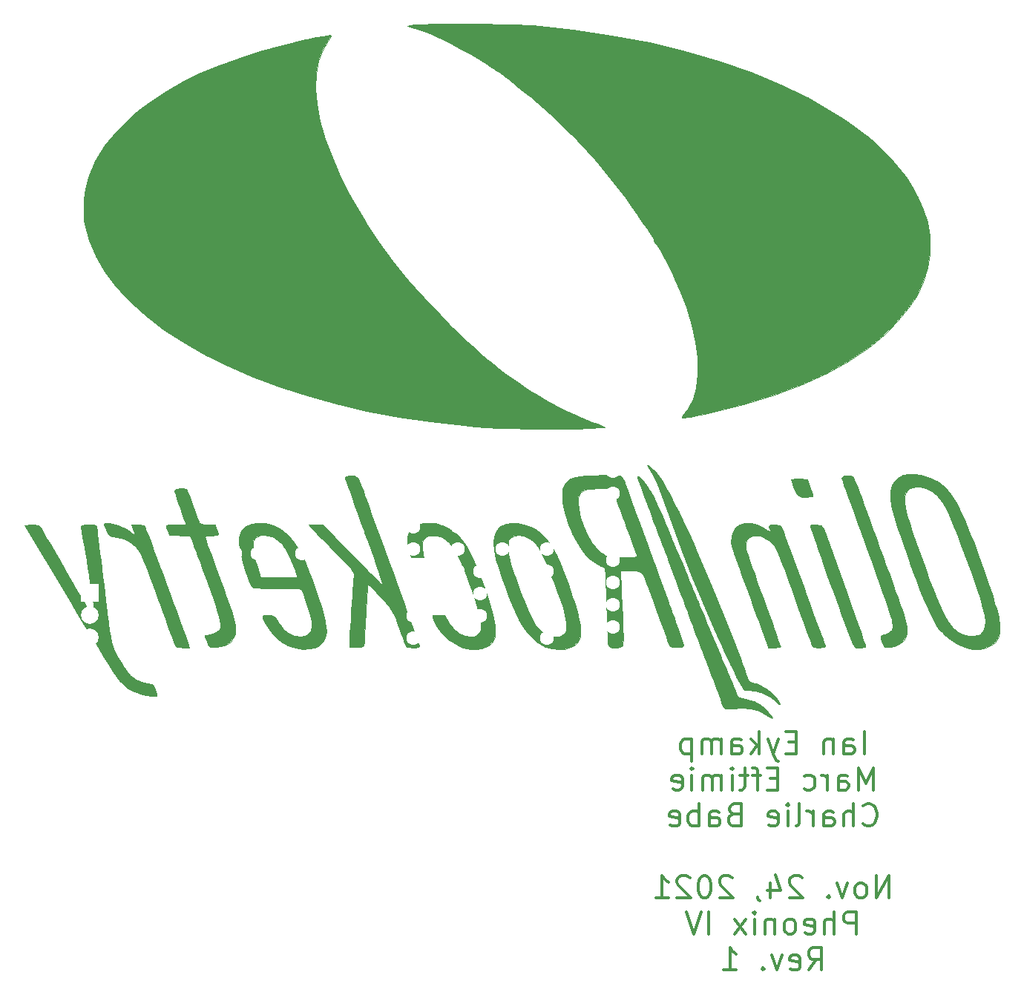
<source format=gbo>
G04 #@! TF.GenerationSoftware,KiCad,Pcbnew,(5.1.7)-1*
G04 #@! TF.CreationDate,2021-11-24T22:39:04-05:00*
G04 #@! TF.ProjectId,REV1_FALL_2021,52455631-5f46-4414-9c4c-5f323032312e,rev?*
G04 #@! TF.SameCoordinates,Original*
G04 #@! TF.FileFunction,Legend,Bot*
G04 #@! TF.FilePolarity,Positive*
%FSLAX46Y46*%
G04 Gerber Fmt 4.6, Leading zero omitted, Abs format (unit mm)*
G04 Created by KiCad (PCBNEW (5.1.7)-1) date 2021-11-24 22:39:04*
%MOMM*%
%LPD*%
G01*
G04 APERTURE LIST*
%ADD10C,0.300000*%
%ADD11C,0.010000*%
%ADD12C,1.600000*%
%ADD13R,1.600000X1.600000*%
%ADD14R,3.000000X3.000000*%
%ADD15C,3.000000*%
%ADD16R,2.000000X2.000000*%
%ADD17C,2.000000*%
G04 APERTURE END LIST*
D10*
X139687904Y-134742047D02*
X139687904Y-132202047D01*
X137389809Y-134742047D02*
X137389809Y-133411571D01*
X137510761Y-133169666D01*
X137752666Y-133048714D01*
X138236476Y-133048714D01*
X138478380Y-133169666D01*
X137389809Y-134621095D02*
X137631714Y-134742047D01*
X138236476Y-134742047D01*
X138478380Y-134621095D01*
X138599333Y-134379190D01*
X138599333Y-134137285D01*
X138478380Y-133895380D01*
X138236476Y-133774428D01*
X137631714Y-133774428D01*
X137389809Y-133653476D01*
X136180285Y-133048714D02*
X136180285Y-134742047D01*
X136180285Y-133290619D02*
X136059333Y-133169666D01*
X135817428Y-133048714D01*
X135454571Y-133048714D01*
X135212666Y-133169666D01*
X135091714Y-133411571D01*
X135091714Y-134742047D01*
X131946952Y-133411571D02*
X131100285Y-133411571D01*
X130737428Y-134742047D02*
X131946952Y-134742047D01*
X131946952Y-132202047D01*
X130737428Y-132202047D01*
X129890761Y-133048714D02*
X129286000Y-134742047D01*
X128681238Y-133048714D02*
X129286000Y-134742047D01*
X129527904Y-135346809D01*
X129648857Y-135467761D01*
X129890761Y-135588714D01*
X127713619Y-134742047D02*
X127713619Y-132202047D01*
X127471714Y-133774428D02*
X126746000Y-134742047D01*
X126746000Y-133048714D02*
X127713619Y-134016333D01*
X124568857Y-134742047D02*
X124568857Y-133411571D01*
X124689809Y-133169666D01*
X124931714Y-133048714D01*
X125415523Y-133048714D01*
X125657428Y-133169666D01*
X124568857Y-134621095D02*
X124810761Y-134742047D01*
X125415523Y-134742047D01*
X125657428Y-134621095D01*
X125778380Y-134379190D01*
X125778380Y-134137285D01*
X125657428Y-133895380D01*
X125415523Y-133774428D01*
X124810761Y-133774428D01*
X124568857Y-133653476D01*
X123359333Y-134742047D02*
X123359333Y-133048714D01*
X123359333Y-133290619D02*
X123238380Y-133169666D01*
X122996476Y-133048714D01*
X122633619Y-133048714D01*
X122391714Y-133169666D01*
X122270761Y-133411571D01*
X122270761Y-134742047D01*
X122270761Y-133411571D02*
X122149809Y-133169666D01*
X121907904Y-133048714D01*
X121545047Y-133048714D01*
X121303142Y-133169666D01*
X121182190Y-133411571D01*
X121182190Y-134742047D01*
X119972666Y-133048714D02*
X119972666Y-135588714D01*
X119972666Y-133169666D02*
X119730761Y-133048714D01*
X119246952Y-133048714D01*
X119005047Y-133169666D01*
X118884095Y-133290619D01*
X118763142Y-133532523D01*
X118763142Y-134258238D01*
X118884095Y-134500142D01*
X119005047Y-134621095D01*
X119246952Y-134742047D01*
X119730761Y-134742047D01*
X119972666Y-134621095D01*
X140716000Y-138852047D02*
X140716000Y-136312047D01*
X139869333Y-138126333D01*
X139022666Y-136312047D01*
X139022666Y-138852047D01*
X136724571Y-138852047D02*
X136724571Y-137521571D01*
X136845523Y-137279666D01*
X137087428Y-137158714D01*
X137571238Y-137158714D01*
X137813142Y-137279666D01*
X136724571Y-138731095D02*
X136966476Y-138852047D01*
X137571238Y-138852047D01*
X137813142Y-138731095D01*
X137934095Y-138489190D01*
X137934095Y-138247285D01*
X137813142Y-138005380D01*
X137571238Y-137884428D01*
X136966476Y-137884428D01*
X136724571Y-137763476D01*
X135515047Y-138852047D02*
X135515047Y-137158714D01*
X135515047Y-137642523D02*
X135394095Y-137400619D01*
X135273142Y-137279666D01*
X135031238Y-137158714D01*
X134789333Y-137158714D01*
X132854095Y-138731095D02*
X133096000Y-138852047D01*
X133579809Y-138852047D01*
X133821714Y-138731095D01*
X133942666Y-138610142D01*
X134063619Y-138368238D01*
X134063619Y-137642523D01*
X133942666Y-137400619D01*
X133821714Y-137279666D01*
X133579809Y-137158714D01*
X133096000Y-137158714D01*
X132854095Y-137279666D01*
X129830285Y-137521571D02*
X128983619Y-137521571D01*
X128620761Y-138852047D02*
X129830285Y-138852047D01*
X129830285Y-136312047D01*
X128620761Y-136312047D01*
X127895047Y-137158714D02*
X126927428Y-137158714D01*
X127532190Y-138852047D02*
X127532190Y-136674904D01*
X127411238Y-136433000D01*
X127169333Y-136312047D01*
X126927428Y-136312047D01*
X126443619Y-137158714D02*
X125476000Y-137158714D01*
X126080761Y-136312047D02*
X126080761Y-138489190D01*
X125959809Y-138731095D01*
X125717904Y-138852047D01*
X125476000Y-138852047D01*
X124629333Y-138852047D02*
X124629333Y-137158714D01*
X124629333Y-136312047D02*
X124750285Y-136433000D01*
X124629333Y-136553952D01*
X124508380Y-136433000D01*
X124629333Y-136312047D01*
X124629333Y-136553952D01*
X123419809Y-138852047D02*
X123419809Y-137158714D01*
X123419809Y-137400619D02*
X123298857Y-137279666D01*
X123056952Y-137158714D01*
X122694095Y-137158714D01*
X122452190Y-137279666D01*
X122331238Y-137521571D01*
X122331238Y-138852047D01*
X122331238Y-137521571D02*
X122210285Y-137279666D01*
X121968380Y-137158714D01*
X121605523Y-137158714D01*
X121363619Y-137279666D01*
X121242666Y-137521571D01*
X121242666Y-138852047D01*
X120033142Y-138852047D02*
X120033142Y-137158714D01*
X120033142Y-136312047D02*
X120154095Y-136433000D01*
X120033142Y-136553952D01*
X119912190Y-136433000D01*
X120033142Y-136312047D01*
X120033142Y-136553952D01*
X117856000Y-138731095D02*
X118097904Y-138852047D01*
X118581714Y-138852047D01*
X118823619Y-138731095D01*
X118944571Y-138489190D01*
X118944571Y-137521571D01*
X118823619Y-137279666D01*
X118581714Y-137158714D01*
X118097904Y-137158714D01*
X117856000Y-137279666D01*
X117735047Y-137521571D01*
X117735047Y-137763476D01*
X118944571Y-138005380D01*
X139566952Y-142720142D02*
X139687904Y-142841095D01*
X140050761Y-142962047D01*
X140292666Y-142962047D01*
X140655523Y-142841095D01*
X140897428Y-142599190D01*
X141018380Y-142357285D01*
X141139333Y-141873476D01*
X141139333Y-141510619D01*
X141018380Y-141026809D01*
X140897428Y-140784904D01*
X140655523Y-140543000D01*
X140292666Y-140422047D01*
X140050761Y-140422047D01*
X139687904Y-140543000D01*
X139566952Y-140663952D01*
X138478380Y-142962047D02*
X138478380Y-140422047D01*
X137389809Y-142962047D02*
X137389809Y-141631571D01*
X137510761Y-141389666D01*
X137752666Y-141268714D01*
X138115523Y-141268714D01*
X138357428Y-141389666D01*
X138478380Y-141510619D01*
X135091714Y-142962047D02*
X135091714Y-141631571D01*
X135212666Y-141389666D01*
X135454571Y-141268714D01*
X135938380Y-141268714D01*
X136180285Y-141389666D01*
X135091714Y-142841095D02*
X135333619Y-142962047D01*
X135938380Y-142962047D01*
X136180285Y-142841095D01*
X136301238Y-142599190D01*
X136301238Y-142357285D01*
X136180285Y-142115380D01*
X135938380Y-141994428D01*
X135333619Y-141994428D01*
X135091714Y-141873476D01*
X133882190Y-142962047D02*
X133882190Y-141268714D01*
X133882190Y-141752523D02*
X133761238Y-141510619D01*
X133640285Y-141389666D01*
X133398380Y-141268714D01*
X133156476Y-141268714D01*
X131946952Y-142962047D02*
X132188857Y-142841095D01*
X132309809Y-142599190D01*
X132309809Y-140422047D01*
X130979333Y-142962047D02*
X130979333Y-141268714D01*
X130979333Y-140422047D02*
X131100285Y-140543000D01*
X130979333Y-140663952D01*
X130858380Y-140543000D01*
X130979333Y-140422047D01*
X130979333Y-140663952D01*
X128802190Y-142841095D02*
X129044095Y-142962047D01*
X129527904Y-142962047D01*
X129769809Y-142841095D01*
X129890761Y-142599190D01*
X129890761Y-141631571D01*
X129769809Y-141389666D01*
X129527904Y-141268714D01*
X129044095Y-141268714D01*
X128802190Y-141389666D01*
X128681238Y-141631571D01*
X128681238Y-141873476D01*
X129890761Y-142115380D01*
X124810761Y-141631571D02*
X124447904Y-141752523D01*
X124326952Y-141873476D01*
X124206000Y-142115380D01*
X124206000Y-142478238D01*
X124326952Y-142720142D01*
X124447904Y-142841095D01*
X124689809Y-142962047D01*
X125657428Y-142962047D01*
X125657428Y-140422047D01*
X124810761Y-140422047D01*
X124568857Y-140543000D01*
X124447904Y-140663952D01*
X124326952Y-140905857D01*
X124326952Y-141147761D01*
X124447904Y-141389666D01*
X124568857Y-141510619D01*
X124810761Y-141631571D01*
X125657428Y-141631571D01*
X122028857Y-142962047D02*
X122028857Y-141631571D01*
X122149809Y-141389666D01*
X122391714Y-141268714D01*
X122875523Y-141268714D01*
X123117428Y-141389666D01*
X122028857Y-142841095D02*
X122270761Y-142962047D01*
X122875523Y-142962047D01*
X123117428Y-142841095D01*
X123238380Y-142599190D01*
X123238380Y-142357285D01*
X123117428Y-142115380D01*
X122875523Y-141994428D01*
X122270761Y-141994428D01*
X122028857Y-141873476D01*
X120819333Y-142962047D02*
X120819333Y-140422047D01*
X120819333Y-141389666D02*
X120577428Y-141268714D01*
X120093619Y-141268714D01*
X119851714Y-141389666D01*
X119730761Y-141510619D01*
X119609809Y-141752523D01*
X119609809Y-142478238D01*
X119730761Y-142720142D01*
X119851714Y-142841095D01*
X120093619Y-142962047D01*
X120577428Y-142962047D01*
X120819333Y-142841095D01*
X117553619Y-142841095D02*
X117795523Y-142962047D01*
X118279333Y-142962047D01*
X118521238Y-142841095D01*
X118642190Y-142599190D01*
X118642190Y-141631571D01*
X118521238Y-141389666D01*
X118279333Y-141268714D01*
X117795523Y-141268714D01*
X117553619Y-141389666D01*
X117432666Y-141631571D01*
X117432666Y-141873476D01*
X118642190Y-142115380D01*
X142530285Y-151182047D02*
X142530285Y-148642047D01*
X141078857Y-151182047D01*
X141078857Y-148642047D01*
X139506476Y-151182047D02*
X139748380Y-151061095D01*
X139869333Y-150940142D01*
X139990285Y-150698238D01*
X139990285Y-149972523D01*
X139869333Y-149730619D01*
X139748380Y-149609666D01*
X139506476Y-149488714D01*
X139143619Y-149488714D01*
X138901714Y-149609666D01*
X138780761Y-149730619D01*
X138659809Y-149972523D01*
X138659809Y-150698238D01*
X138780761Y-150940142D01*
X138901714Y-151061095D01*
X139143619Y-151182047D01*
X139506476Y-151182047D01*
X137813142Y-149488714D02*
X137208380Y-151182047D01*
X136603619Y-149488714D01*
X135636000Y-150940142D02*
X135515047Y-151061095D01*
X135636000Y-151182047D01*
X135756952Y-151061095D01*
X135636000Y-150940142D01*
X135636000Y-151182047D01*
X132612190Y-148883952D02*
X132491238Y-148763000D01*
X132249333Y-148642047D01*
X131644571Y-148642047D01*
X131402666Y-148763000D01*
X131281714Y-148883952D01*
X131160761Y-149125857D01*
X131160761Y-149367761D01*
X131281714Y-149730619D01*
X132733142Y-151182047D01*
X131160761Y-151182047D01*
X128983619Y-149488714D02*
X128983619Y-151182047D01*
X129588380Y-148521095D02*
X130193142Y-150335380D01*
X128620761Y-150335380D01*
X127532190Y-151061095D02*
X127532190Y-151182047D01*
X127653142Y-151423952D01*
X127774095Y-151544904D01*
X124629333Y-148883952D02*
X124508380Y-148763000D01*
X124266476Y-148642047D01*
X123661714Y-148642047D01*
X123419809Y-148763000D01*
X123298857Y-148883952D01*
X123177904Y-149125857D01*
X123177904Y-149367761D01*
X123298857Y-149730619D01*
X124750285Y-151182047D01*
X123177904Y-151182047D01*
X121605523Y-148642047D02*
X121363619Y-148642047D01*
X121121714Y-148763000D01*
X121000761Y-148883952D01*
X120879809Y-149125857D01*
X120758857Y-149609666D01*
X120758857Y-150214428D01*
X120879809Y-150698238D01*
X121000761Y-150940142D01*
X121121714Y-151061095D01*
X121363619Y-151182047D01*
X121605523Y-151182047D01*
X121847428Y-151061095D01*
X121968380Y-150940142D01*
X122089333Y-150698238D01*
X122210285Y-150214428D01*
X122210285Y-149609666D01*
X122089333Y-149125857D01*
X121968380Y-148883952D01*
X121847428Y-148763000D01*
X121605523Y-148642047D01*
X119791238Y-148883952D02*
X119670285Y-148763000D01*
X119428380Y-148642047D01*
X118823619Y-148642047D01*
X118581714Y-148763000D01*
X118460761Y-148883952D01*
X118339809Y-149125857D01*
X118339809Y-149367761D01*
X118460761Y-149730619D01*
X119912190Y-151182047D01*
X118339809Y-151182047D01*
X115920761Y-151182047D02*
X117372190Y-151182047D01*
X116646476Y-151182047D02*
X116646476Y-148642047D01*
X116888380Y-149004904D01*
X117130285Y-149246809D01*
X117372190Y-149367761D01*
X138780761Y-155292047D02*
X138780761Y-152752047D01*
X137813142Y-152752047D01*
X137571238Y-152873000D01*
X137450285Y-152993952D01*
X137329333Y-153235857D01*
X137329333Y-153598714D01*
X137450285Y-153840619D01*
X137571238Y-153961571D01*
X137813142Y-154082523D01*
X138780761Y-154082523D01*
X136240761Y-155292047D02*
X136240761Y-152752047D01*
X135152190Y-155292047D02*
X135152190Y-153961571D01*
X135273142Y-153719666D01*
X135515047Y-153598714D01*
X135877904Y-153598714D01*
X136119809Y-153719666D01*
X136240761Y-153840619D01*
X132975047Y-155171095D02*
X133216952Y-155292047D01*
X133700761Y-155292047D01*
X133942666Y-155171095D01*
X134063619Y-154929190D01*
X134063619Y-153961571D01*
X133942666Y-153719666D01*
X133700761Y-153598714D01*
X133216952Y-153598714D01*
X132975047Y-153719666D01*
X132854095Y-153961571D01*
X132854095Y-154203476D01*
X134063619Y-154445380D01*
X131402666Y-155292047D02*
X131644571Y-155171095D01*
X131765523Y-155050142D01*
X131886476Y-154808238D01*
X131886476Y-154082523D01*
X131765523Y-153840619D01*
X131644571Y-153719666D01*
X131402666Y-153598714D01*
X131039809Y-153598714D01*
X130797904Y-153719666D01*
X130676952Y-153840619D01*
X130556000Y-154082523D01*
X130556000Y-154808238D01*
X130676952Y-155050142D01*
X130797904Y-155171095D01*
X131039809Y-155292047D01*
X131402666Y-155292047D01*
X129467428Y-153598714D02*
X129467428Y-155292047D01*
X129467428Y-153840619D02*
X129346476Y-153719666D01*
X129104571Y-153598714D01*
X128741714Y-153598714D01*
X128499809Y-153719666D01*
X128378857Y-153961571D01*
X128378857Y-155292047D01*
X127169333Y-155292047D02*
X127169333Y-153598714D01*
X127169333Y-152752047D02*
X127290285Y-152873000D01*
X127169333Y-152993952D01*
X127048380Y-152873000D01*
X127169333Y-152752047D01*
X127169333Y-152993952D01*
X126201714Y-155292047D02*
X124871238Y-153598714D01*
X126201714Y-153598714D02*
X124871238Y-155292047D01*
X121968380Y-155292047D02*
X121968380Y-152752047D01*
X121121714Y-152752047D02*
X120275047Y-155292047D01*
X119428380Y-152752047D01*
X133337904Y-159402047D02*
X134184571Y-158192523D01*
X134789333Y-159402047D02*
X134789333Y-156862047D01*
X133821714Y-156862047D01*
X133579809Y-156983000D01*
X133458857Y-157103952D01*
X133337904Y-157345857D01*
X133337904Y-157708714D01*
X133458857Y-157950619D01*
X133579809Y-158071571D01*
X133821714Y-158192523D01*
X134789333Y-158192523D01*
X131281714Y-159281095D02*
X131523619Y-159402047D01*
X132007428Y-159402047D01*
X132249333Y-159281095D01*
X132370285Y-159039190D01*
X132370285Y-158071571D01*
X132249333Y-157829666D01*
X132007428Y-157708714D01*
X131523619Y-157708714D01*
X131281714Y-157829666D01*
X131160761Y-158071571D01*
X131160761Y-158313476D01*
X132370285Y-158555380D01*
X130314095Y-157708714D02*
X129709333Y-159402047D01*
X129104571Y-157708714D01*
X128136952Y-159160142D02*
X128016000Y-159281095D01*
X128136952Y-159402047D01*
X128257904Y-159281095D01*
X128136952Y-159160142D01*
X128136952Y-159402047D01*
X123661714Y-159402047D02*
X125113142Y-159402047D01*
X124387428Y-159402047D02*
X124387428Y-156862047D01*
X124629333Y-157224904D01*
X124871238Y-157466809D01*
X125113142Y-157587761D01*
D11*
G36*
X78387482Y-52743182D02*
G01*
X77874537Y-52827305D01*
X77129307Y-52977932D01*
X76122282Y-53193347D01*
X75944754Y-53231587D01*
X73301738Y-53856105D01*
X70711127Y-54575647D01*
X68223206Y-55372993D01*
X65888260Y-56230922D01*
X63756574Y-57132213D01*
X61933667Y-58029966D01*
X61060349Y-58526519D01*
X60068958Y-59137167D01*
X59028599Y-59815126D01*
X58008376Y-60513609D01*
X57077391Y-61185832D01*
X56304748Y-61785008D01*
X55974669Y-62064393D01*
X54351534Y-63666566D01*
X53002743Y-65352407D01*
X51935892Y-67110813D01*
X51158576Y-68930684D01*
X51051105Y-69260357D01*
X50809777Y-70302606D01*
X50662474Y-71506416D01*
X50617289Y-72743436D01*
X50682317Y-73885314D01*
X50735957Y-74258140D01*
X51209760Y-76110318D01*
X51972881Y-77927236D01*
X53013670Y-79702852D01*
X54320477Y-81431121D01*
X55881654Y-83106001D01*
X57685552Y-84721446D01*
X59720521Y-86271414D01*
X61974912Y-87749860D01*
X64437077Y-89150741D01*
X67095365Y-90468014D01*
X69938127Y-91695633D01*
X72953716Y-92827556D01*
X76130481Y-93857738D01*
X79456772Y-94780137D01*
X82920942Y-95588707D01*
X86511341Y-96277406D01*
X90216320Y-96840190D01*
X94024229Y-97271015D01*
X95310087Y-97383903D01*
X96568172Y-97470668D01*
X98018838Y-97544298D01*
X99597858Y-97603630D01*
X101241004Y-97647498D01*
X102884050Y-97674740D01*
X104462768Y-97684189D01*
X105912931Y-97674683D01*
X107170313Y-97645056D01*
X107895572Y-97612062D01*
X108657566Y-97566461D01*
X109313567Y-97524967D01*
X109803056Y-97491574D01*
X110065515Y-97470274D01*
X110087834Y-97467433D01*
X110017180Y-97410254D01*
X109711292Y-97274282D01*
X109220411Y-97080419D01*
X108651524Y-96869951D01*
X107664851Y-96483368D01*
X106547593Y-95994734D01*
X105389223Y-95447311D01*
X104279212Y-94884362D01*
X103307031Y-94349148D01*
X102789957Y-94035699D01*
X102361970Y-93769956D01*
X102041763Y-93585694D01*
X101910342Y-93526429D01*
X101733182Y-93438769D01*
X101357863Y-93195685D01*
X100825207Y-92827016D01*
X100176033Y-92362602D01*
X99451163Y-91832284D01*
X98691417Y-91265902D01*
X97937616Y-90693296D01*
X97230580Y-90144307D01*
X96657460Y-89686526D01*
X96022642Y-89147903D01*
X95233257Y-88443275D01*
X94344747Y-87624192D01*
X93412555Y-86742205D01*
X92492123Y-85848861D01*
X91941825Y-85302002D01*
X89736698Y-83012270D01*
X87765909Y-80801278D01*
X85989818Y-78619825D01*
X84368782Y-76418711D01*
X82863159Y-74148734D01*
X82549426Y-73644881D01*
X81160216Y-71257705D01*
X79968949Y-68935286D01*
X78978400Y-66691506D01*
X78191342Y-64540251D01*
X77610549Y-62495402D01*
X77238795Y-60570844D01*
X77078854Y-58780461D01*
X77133499Y-57138136D01*
X77405504Y-55657751D01*
X77897643Y-54353192D01*
X78500834Y-53380158D01*
X78706642Y-53106033D01*
X78827723Y-52906988D01*
X78834564Y-52781308D01*
X78697654Y-52727278D01*
X78387482Y-52743182D01*
G37*
X78387482Y-52743182D02*
X77874537Y-52827305D01*
X77129307Y-52977932D01*
X76122282Y-53193347D01*
X75944754Y-53231587D01*
X73301738Y-53856105D01*
X70711127Y-54575647D01*
X68223206Y-55372993D01*
X65888260Y-56230922D01*
X63756574Y-57132213D01*
X61933667Y-58029966D01*
X61060349Y-58526519D01*
X60068958Y-59137167D01*
X59028599Y-59815126D01*
X58008376Y-60513609D01*
X57077391Y-61185832D01*
X56304748Y-61785008D01*
X55974669Y-62064393D01*
X54351534Y-63666566D01*
X53002743Y-65352407D01*
X51935892Y-67110813D01*
X51158576Y-68930684D01*
X51051105Y-69260357D01*
X50809777Y-70302606D01*
X50662474Y-71506416D01*
X50617289Y-72743436D01*
X50682317Y-73885314D01*
X50735957Y-74258140D01*
X51209760Y-76110318D01*
X51972881Y-77927236D01*
X53013670Y-79702852D01*
X54320477Y-81431121D01*
X55881654Y-83106001D01*
X57685552Y-84721446D01*
X59720521Y-86271414D01*
X61974912Y-87749860D01*
X64437077Y-89150741D01*
X67095365Y-90468014D01*
X69938127Y-91695633D01*
X72953716Y-92827556D01*
X76130481Y-93857738D01*
X79456772Y-94780137D01*
X82920942Y-95588707D01*
X86511341Y-96277406D01*
X90216320Y-96840190D01*
X94024229Y-97271015D01*
X95310087Y-97383903D01*
X96568172Y-97470668D01*
X98018838Y-97544298D01*
X99597858Y-97603630D01*
X101241004Y-97647498D01*
X102884050Y-97674740D01*
X104462768Y-97684189D01*
X105912931Y-97674683D01*
X107170313Y-97645056D01*
X107895572Y-97612062D01*
X108657566Y-97566461D01*
X109313567Y-97524967D01*
X109803056Y-97491574D01*
X110065515Y-97470274D01*
X110087834Y-97467433D01*
X110017180Y-97410254D01*
X109711292Y-97274282D01*
X109220411Y-97080419D01*
X108651524Y-96869951D01*
X107664851Y-96483368D01*
X106547593Y-95994734D01*
X105389223Y-95447311D01*
X104279212Y-94884362D01*
X103307031Y-94349148D01*
X102789957Y-94035699D01*
X102361970Y-93769956D01*
X102041763Y-93585694D01*
X101910342Y-93526429D01*
X101733182Y-93438769D01*
X101357863Y-93195685D01*
X100825207Y-92827016D01*
X100176033Y-92362602D01*
X99451163Y-91832284D01*
X98691417Y-91265902D01*
X97937616Y-90693296D01*
X97230580Y-90144307D01*
X96657460Y-89686526D01*
X96022642Y-89147903D01*
X95233257Y-88443275D01*
X94344747Y-87624192D01*
X93412555Y-86742205D01*
X92492123Y-85848861D01*
X91941825Y-85302002D01*
X89736698Y-83012270D01*
X87765909Y-80801278D01*
X85989818Y-78619825D01*
X84368782Y-76418711D01*
X82863159Y-74148734D01*
X82549426Y-73644881D01*
X81160216Y-71257705D01*
X79968949Y-68935286D01*
X78978400Y-66691506D01*
X78191342Y-64540251D01*
X77610549Y-62495402D01*
X77238795Y-60570844D01*
X77078854Y-58780461D01*
X77133499Y-57138136D01*
X77405504Y-55657751D01*
X77897643Y-54353192D01*
X78500834Y-53380158D01*
X78706642Y-53106033D01*
X78827723Y-52906988D01*
X78834564Y-52781308D01*
X78697654Y-52727278D01*
X78387482Y-52743182D01*
G36*
X92643986Y-51436496D02*
G01*
X91442701Y-51443749D01*
X90370216Y-51458462D01*
X89469184Y-51480852D01*
X88782263Y-51511137D01*
X88352107Y-51549535D01*
X88333598Y-51552389D01*
X87594839Y-51671374D01*
X88938360Y-52120473D01*
X89901764Y-52483321D01*
X91037666Y-52976897D01*
X92268212Y-53562344D01*
X93515548Y-54200806D01*
X94701822Y-54853426D01*
X95749181Y-55481347D01*
X96012965Y-55651404D01*
X96601143Y-56034784D01*
X97091737Y-56348405D01*
X97433073Y-56559660D01*
X97573178Y-56635952D01*
X97718677Y-56725393D01*
X98056053Y-56971098D01*
X98542102Y-57339140D01*
X99133624Y-57795593D01*
X99787415Y-58306529D01*
X100460275Y-58838022D01*
X101109000Y-59356146D01*
X101690390Y-59826973D01*
X102161241Y-60216577D01*
X102452715Y-60467871D01*
X104008067Y-61883169D01*
X105374337Y-63174161D01*
X106605077Y-64396994D01*
X107753838Y-65607812D01*
X108874173Y-66862762D01*
X110019634Y-68217989D01*
X111023170Y-69453407D01*
X111666431Y-70275848D01*
X112353230Y-71187107D01*
X113052328Y-72142514D01*
X113732487Y-73097400D01*
X114362468Y-74007096D01*
X114911033Y-74826931D01*
X115346943Y-75512237D01*
X115638960Y-76018345D01*
X115698932Y-76139524D01*
X115886405Y-76456649D01*
X115987253Y-76593095D01*
X116187851Y-76897378D01*
X116484905Y-77420083D01*
X116849607Y-78104421D01*
X117253147Y-78893601D01*
X117666716Y-79730832D01*
X118061505Y-80559323D01*
X118408705Y-81322283D01*
X118540626Y-81626476D01*
X119392564Y-83803025D01*
X120025709Y-85821389D01*
X120450357Y-87720745D01*
X120676801Y-89540275D01*
X120695329Y-89826654D01*
X120701929Y-91507741D01*
X120514908Y-92976833D01*
X120128040Y-94259245D01*
X119535100Y-95380297D01*
X119224572Y-95807272D01*
X118954559Y-96156719D01*
X118861598Y-96328781D01*
X118933791Y-96382150D01*
X119108760Y-96378458D01*
X119552699Y-96334644D01*
X119839619Y-96292871D01*
X120515650Y-96163069D01*
X121404898Y-95972848D01*
X122428692Y-95740751D01*
X123508361Y-95485323D01*
X124565234Y-95225108D01*
X125520639Y-94978650D01*
X126171128Y-94800411D01*
X129509946Y-93752676D01*
X132575016Y-92589749D01*
X135365052Y-91312329D01*
X137878771Y-89921114D01*
X140114888Y-88416803D01*
X142072117Y-86800095D01*
X143461995Y-85397728D01*
X144716266Y-83871760D01*
X145693002Y-82374923D01*
X146409482Y-80869122D01*
X146882984Y-79316261D01*
X147130788Y-77678241D01*
X147159827Y-77244560D01*
X147146224Y-75601948D01*
X146915863Y-74071841D01*
X146449874Y-72567888D01*
X145844737Y-71226532D01*
X145165197Y-69981383D01*
X144456791Y-68885491D01*
X143653983Y-67850397D01*
X142691236Y-66787642D01*
X142147855Y-66236548D01*
X141134652Y-65256003D01*
X140205403Y-64419358D01*
X139283810Y-63666328D01*
X138293575Y-62936629D01*
X137158400Y-62169975D01*
X136319381Y-61631319D01*
X133378228Y-59922443D01*
X130181421Y-58352937D01*
X126743847Y-56927116D01*
X123080398Y-55649294D01*
X119205963Y-54523786D01*
X115135430Y-53554905D01*
X110883688Y-52746968D01*
X106465629Y-52104286D01*
X101896139Y-51631176D01*
X101772357Y-51620922D01*
X101076281Y-51576327D01*
X100167760Y-51537452D01*
X99089448Y-51504514D01*
X97884002Y-51477731D01*
X96594078Y-51457320D01*
X95262330Y-51443499D01*
X93931414Y-51436485D01*
X92643986Y-51436496D01*
G37*
X92643986Y-51436496D02*
X91442701Y-51443749D01*
X90370216Y-51458462D01*
X89469184Y-51480852D01*
X88782263Y-51511137D01*
X88352107Y-51549535D01*
X88333598Y-51552389D01*
X87594839Y-51671374D01*
X88938360Y-52120473D01*
X89901764Y-52483321D01*
X91037666Y-52976897D01*
X92268212Y-53562344D01*
X93515548Y-54200806D01*
X94701822Y-54853426D01*
X95749181Y-55481347D01*
X96012965Y-55651404D01*
X96601143Y-56034784D01*
X97091737Y-56348405D01*
X97433073Y-56559660D01*
X97573178Y-56635952D01*
X97718677Y-56725393D01*
X98056053Y-56971098D01*
X98542102Y-57339140D01*
X99133624Y-57795593D01*
X99787415Y-58306529D01*
X100460275Y-58838022D01*
X101109000Y-59356146D01*
X101690390Y-59826973D01*
X102161241Y-60216577D01*
X102452715Y-60467871D01*
X104008067Y-61883169D01*
X105374337Y-63174161D01*
X106605077Y-64396994D01*
X107753838Y-65607812D01*
X108874173Y-66862762D01*
X110019634Y-68217989D01*
X111023170Y-69453407D01*
X111666431Y-70275848D01*
X112353230Y-71187107D01*
X113052328Y-72142514D01*
X113732487Y-73097400D01*
X114362468Y-74007096D01*
X114911033Y-74826931D01*
X115346943Y-75512237D01*
X115638960Y-76018345D01*
X115698932Y-76139524D01*
X115886405Y-76456649D01*
X115987253Y-76593095D01*
X116187851Y-76897378D01*
X116484905Y-77420083D01*
X116849607Y-78104421D01*
X117253147Y-78893601D01*
X117666716Y-79730832D01*
X118061505Y-80559323D01*
X118408705Y-81322283D01*
X118540626Y-81626476D01*
X119392564Y-83803025D01*
X120025709Y-85821389D01*
X120450357Y-87720745D01*
X120676801Y-89540275D01*
X120695329Y-89826654D01*
X120701929Y-91507741D01*
X120514908Y-92976833D01*
X120128040Y-94259245D01*
X119535100Y-95380297D01*
X119224572Y-95807272D01*
X118954559Y-96156719D01*
X118861598Y-96328781D01*
X118933791Y-96382150D01*
X119108760Y-96378458D01*
X119552699Y-96334644D01*
X119839619Y-96292871D01*
X120515650Y-96163069D01*
X121404898Y-95972848D01*
X122428692Y-95740751D01*
X123508361Y-95485323D01*
X124565234Y-95225108D01*
X125520639Y-94978650D01*
X126171128Y-94800411D01*
X129509946Y-93752676D01*
X132575016Y-92589749D01*
X135365052Y-91312329D01*
X137878771Y-89921114D01*
X140114888Y-88416803D01*
X142072117Y-86800095D01*
X143461995Y-85397728D01*
X144716266Y-83871760D01*
X145693002Y-82374923D01*
X146409482Y-80869122D01*
X146882984Y-79316261D01*
X147130788Y-77678241D01*
X147159827Y-77244560D01*
X147146224Y-75601948D01*
X146915863Y-74071841D01*
X146449874Y-72567888D01*
X145844737Y-71226532D01*
X145165197Y-69981383D01*
X144456791Y-68885491D01*
X143653983Y-67850397D01*
X142691236Y-66787642D01*
X142147855Y-66236548D01*
X141134652Y-65256003D01*
X140205403Y-64419358D01*
X139283810Y-63666328D01*
X138293575Y-62936629D01*
X137158400Y-62169975D01*
X136319381Y-61631319D01*
X133378228Y-59922443D01*
X130181421Y-58352937D01*
X126743847Y-56927116D01*
X123080398Y-55649294D01*
X119205963Y-54523786D01*
X115135430Y-53554905D01*
X110883688Y-52746968D01*
X106465629Y-52104286D01*
X101896139Y-51631176D01*
X101772357Y-51620922D01*
X101076281Y-51576327D01*
X100167760Y-51537452D01*
X99089448Y-51504514D01*
X97884002Y-51477731D01*
X96594078Y-51457320D01*
X95262330Y-51443499D01*
X93931414Y-51436485D01*
X92643986Y-51436496D01*
G36*
X113840075Y-103109860D02*
G01*
X113853772Y-103256775D01*
X113929084Y-103532786D01*
X114050195Y-103880867D01*
X114063739Y-103916209D01*
X114208678Y-104295374D01*
X114334563Y-104631937D01*
X114414429Y-104853791D01*
X114415057Y-104855635D01*
X114488670Y-105062769D01*
X114611361Y-105398537D01*
X114761137Y-105802930D01*
X114821422Y-105964365D01*
X115014132Y-106479455D01*
X115225612Y-107045174D01*
X115413766Y-107548906D01*
X115433681Y-107602262D01*
X115624435Y-108112200D01*
X115838545Y-108682841D01*
X116019832Y-109164563D01*
X116209230Y-109666756D01*
X116423637Y-110235273D01*
X116616930Y-110747818D01*
X116618531Y-110752063D01*
X116759370Y-111126544D01*
X116950746Y-111636829D01*
X117172778Y-112229831D01*
X117405583Y-112852468D01*
X117543405Y-113221508D01*
X117897907Y-114170980D01*
X118203740Y-114989488D01*
X118482578Y-115734986D01*
X118756097Y-116465423D01*
X119045974Y-117238753D01*
X119051412Y-117253254D01*
X119245502Y-117770827D01*
X119463111Y-118351116D01*
X119656174Y-118865952D01*
X119850264Y-119383526D01*
X120067872Y-119963814D01*
X120260936Y-120478651D01*
X120452584Y-120990218D01*
X120665353Y-121558926D01*
X120853451Y-122062382D01*
X120854858Y-122066151D01*
X121042621Y-122568343D01*
X121255684Y-123136859D01*
X121448212Y-123649404D01*
X121449810Y-123653651D01*
X121663723Y-124223106D01*
X121923565Y-124916314D01*
X122208323Y-125677080D01*
X122496984Y-126449210D01*
X122768534Y-127176510D01*
X123001959Y-127802787D01*
X123108244Y-128088571D01*
X123261668Y-128506361D01*
X123400225Y-128892022D01*
X123498886Y-129175681D01*
X123513881Y-129220921D01*
X123615654Y-129444933D01*
X123768251Y-129572568D01*
X124012033Y-129615124D01*
X124387361Y-129583898D01*
X124656540Y-129540753D01*
X125711959Y-129452269D01*
X126729257Y-129557720D01*
X127695126Y-129854441D01*
X128575067Y-130325647D01*
X128919567Y-130543239D01*
X129119896Y-130639840D01*
X129190351Y-130619063D01*
X129145228Y-130484521D01*
X129136256Y-130467459D01*
X129019361Y-130300441D01*
X128808109Y-130040969D01*
X128546632Y-129743074D01*
X128527077Y-129721620D01*
X127888452Y-129164706D01*
X127142977Y-128757000D01*
X126336094Y-128521865D01*
X126138978Y-128493778D01*
X125718087Y-128429929D01*
X125443114Y-128329958D01*
X125258391Y-128156970D01*
X125108248Y-127874069D01*
X125071368Y-127786190D01*
X124973326Y-127549019D01*
X124816025Y-127171310D01*
X124618369Y-126698343D01*
X124399262Y-126175396D01*
X124313855Y-125971905D01*
X124055301Y-125355212D01*
X123776107Y-124687670D01*
X123508017Y-124045269D01*
X123282776Y-123504000D01*
X123261218Y-123452063D01*
X122794349Y-122327828D01*
X122390178Y-121356585D01*
X122034732Y-120504887D01*
X121714038Y-119739290D01*
X121414121Y-119026347D01*
X121229044Y-118587972D01*
X121027996Y-118109322D01*
X120858495Y-117699904D01*
X120734530Y-117393965D01*
X120670089Y-117225754D01*
X120664111Y-117204815D01*
X120625671Y-117095000D01*
X120526200Y-116859192D01*
X120422287Y-116626049D01*
X120268356Y-116277810D01*
X120074752Y-115826340D01*
X119877261Y-115355343D01*
X119828611Y-115237381D01*
X119665681Y-114842674D01*
X119447641Y-114317328D01*
X119197467Y-113716555D01*
X118938132Y-113095564D01*
X118800979Y-112767936D01*
X118528906Y-112118238D01*
X118236601Y-111419531D01*
X117952796Y-110740537D01*
X117706225Y-110149982D01*
X117621039Y-109945714D01*
X117423549Y-109472677D01*
X117247773Y-109053046D01*
X117111623Y-108729487D01*
X117033013Y-108544670D01*
X117028630Y-108534603D01*
X116960865Y-108376655D01*
X116829953Y-108068896D01*
X116651130Y-107647238D01*
X116439631Y-107147595D01*
X116284907Y-106781581D01*
X116029645Y-106199672D01*
X115761390Y-105626093D01*
X115505199Y-105111984D01*
X115286130Y-104708481D01*
X115198556Y-104564513D01*
X114933275Y-104182722D01*
X114648106Y-103817795D01*
X114369852Y-103498430D01*
X114125316Y-103253328D01*
X113941300Y-103111189D01*
X113844607Y-103100712D01*
X113840075Y-103109860D01*
G37*
X113840075Y-103109860D02*
X113853772Y-103256775D01*
X113929084Y-103532786D01*
X114050195Y-103880867D01*
X114063739Y-103916209D01*
X114208678Y-104295374D01*
X114334563Y-104631937D01*
X114414429Y-104853791D01*
X114415057Y-104855635D01*
X114488670Y-105062769D01*
X114611361Y-105398537D01*
X114761137Y-105802930D01*
X114821422Y-105964365D01*
X115014132Y-106479455D01*
X115225612Y-107045174D01*
X115413766Y-107548906D01*
X115433681Y-107602262D01*
X115624435Y-108112200D01*
X115838545Y-108682841D01*
X116019832Y-109164563D01*
X116209230Y-109666756D01*
X116423637Y-110235273D01*
X116616930Y-110747818D01*
X116618531Y-110752063D01*
X116759370Y-111126544D01*
X116950746Y-111636829D01*
X117172778Y-112229831D01*
X117405583Y-112852468D01*
X117543405Y-113221508D01*
X117897907Y-114170980D01*
X118203740Y-114989488D01*
X118482578Y-115734986D01*
X118756097Y-116465423D01*
X119045974Y-117238753D01*
X119051412Y-117253254D01*
X119245502Y-117770827D01*
X119463111Y-118351116D01*
X119656174Y-118865952D01*
X119850264Y-119383526D01*
X120067872Y-119963814D01*
X120260936Y-120478651D01*
X120452584Y-120990218D01*
X120665353Y-121558926D01*
X120853451Y-122062382D01*
X120854858Y-122066151D01*
X121042621Y-122568343D01*
X121255684Y-123136859D01*
X121448212Y-123649404D01*
X121449810Y-123653651D01*
X121663723Y-124223106D01*
X121923565Y-124916314D01*
X122208323Y-125677080D01*
X122496984Y-126449210D01*
X122768534Y-127176510D01*
X123001959Y-127802787D01*
X123108244Y-128088571D01*
X123261668Y-128506361D01*
X123400225Y-128892022D01*
X123498886Y-129175681D01*
X123513881Y-129220921D01*
X123615654Y-129444933D01*
X123768251Y-129572568D01*
X124012033Y-129615124D01*
X124387361Y-129583898D01*
X124656540Y-129540753D01*
X125711959Y-129452269D01*
X126729257Y-129557720D01*
X127695126Y-129854441D01*
X128575067Y-130325647D01*
X128919567Y-130543239D01*
X129119896Y-130639840D01*
X129190351Y-130619063D01*
X129145228Y-130484521D01*
X129136256Y-130467459D01*
X129019361Y-130300441D01*
X128808109Y-130040969D01*
X128546632Y-129743074D01*
X128527077Y-129721620D01*
X127888452Y-129164706D01*
X127142977Y-128757000D01*
X126336094Y-128521865D01*
X126138978Y-128493778D01*
X125718087Y-128429929D01*
X125443114Y-128329958D01*
X125258391Y-128156970D01*
X125108248Y-127874069D01*
X125071368Y-127786190D01*
X124973326Y-127549019D01*
X124816025Y-127171310D01*
X124618369Y-126698343D01*
X124399262Y-126175396D01*
X124313855Y-125971905D01*
X124055301Y-125355212D01*
X123776107Y-124687670D01*
X123508017Y-124045269D01*
X123282776Y-123504000D01*
X123261218Y-123452063D01*
X122794349Y-122327828D01*
X122390178Y-121356585D01*
X122034732Y-120504887D01*
X121714038Y-119739290D01*
X121414121Y-119026347D01*
X121229044Y-118587972D01*
X121027996Y-118109322D01*
X120858495Y-117699904D01*
X120734530Y-117393965D01*
X120670089Y-117225754D01*
X120664111Y-117204815D01*
X120625671Y-117095000D01*
X120526200Y-116859192D01*
X120422287Y-116626049D01*
X120268356Y-116277810D01*
X120074752Y-115826340D01*
X119877261Y-115355343D01*
X119828611Y-115237381D01*
X119665681Y-114842674D01*
X119447641Y-114317328D01*
X119197467Y-113716555D01*
X118938132Y-113095564D01*
X118800979Y-112767936D01*
X118528906Y-112118238D01*
X118236601Y-111419531D01*
X117952796Y-110740537D01*
X117706225Y-110149982D01*
X117621039Y-109945714D01*
X117423549Y-109472677D01*
X117247773Y-109053046D01*
X117111623Y-108729487D01*
X117033013Y-108544670D01*
X117028630Y-108534603D01*
X116960865Y-108376655D01*
X116829953Y-108068896D01*
X116651130Y-107647238D01*
X116439631Y-107147595D01*
X116284907Y-106781581D01*
X116029645Y-106199672D01*
X115761390Y-105626093D01*
X115505199Y-105111984D01*
X115286130Y-104708481D01*
X115198556Y-104564513D01*
X114933275Y-104182722D01*
X114648106Y-103817795D01*
X114369852Y-103498430D01*
X114125316Y-103253328D01*
X113941300Y-103111189D01*
X113844607Y-103100712D01*
X113840075Y-103109860D01*
G36*
X114943976Y-101773124D02*
G01*
X114970692Y-101873423D01*
X115087178Y-102082963D01*
X115198138Y-102253115D01*
X115572638Y-102863104D01*
X115930821Y-103584506D01*
X116288262Y-104450760D01*
X116527675Y-105107619D01*
X117671973Y-108314119D01*
X118805081Y-111354759D01*
X119940511Y-114263745D01*
X121091773Y-117075284D01*
X122272380Y-119823585D01*
X122877683Y-121184206D01*
X123264564Y-122036201D01*
X123659136Y-122890774D01*
X124051454Y-123727573D01*
X124431574Y-124526244D01*
X124789549Y-125266434D01*
X125115436Y-125927788D01*
X125399290Y-126489954D01*
X125631166Y-126932578D01*
X125801118Y-127235307D01*
X125899202Y-127377786D01*
X125906940Y-127383979D01*
X126086572Y-127431922D01*
X126369324Y-127449978D01*
X126450638Y-127448234D01*
X127305435Y-127512530D01*
X128139421Y-127771744D01*
X128935917Y-128219251D01*
X129469494Y-128647623D01*
X129737461Y-128884742D01*
X129937426Y-129046853D01*
X130034036Y-129105720D01*
X130037920Y-129101616D01*
X129970950Y-128895975D01*
X129789638Y-128592366D01*
X129523385Y-128234159D01*
X129201590Y-127864724D01*
X129193983Y-127856666D01*
X128655486Y-127369909D01*
X128056950Y-127004729D01*
X127335107Y-126723942D01*
X127194637Y-126681652D01*
X126869891Y-126572216D01*
X126622548Y-126461497D01*
X126528935Y-126395580D01*
X126468798Y-126270819D01*
X126351211Y-125983089D01*
X126186492Y-125559276D01*
X125984954Y-125026266D01*
X125756915Y-124410947D01*
X125554274Y-123855238D01*
X124004253Y-119741872D01*
X122315500Y-115576081D01*
X120514013Y-111421636D01*
X120212444Y-110752063D01*
X119783919Y-109817773D01*
X119336759Y-108864950D01*
X118882045Y-107915563D01*
X118430859Y-106991582D01*
X117994281Y-106114978D01*
X117583393Y-105307718D01*
X117209276Y-104591774D01*
X116883010Y-103989114D01*
X116615678Y-103521708D01*
X116418360Y-103211525D01*
X116388381Y-103170432D01*
X116127137Y-102848654D01*
X115830778Y-102520125D01*
X115531965Y-102216443D01*
X115263360Y-101969204D01*
X115057626Y-101810005D01*
X114947424Y-101770443D01*
X114943976Y-101773124D01*
G37*
X114943976Y-101773124D02*
X114970692Y-101873423D01*
X115087178Y-102082963D01*
X115198138Y-102253115D01*
X115572638Y-102863104D01*
X115930821Y-103584506D01*
X116288262Y-104450760D01*
X116527675Y-105107619D01*
X117671973Y-108314119D01*
X118805081Y-111354759D01*
X119940511Y-114263745D01*
X121091773Y-117075284D01*
X122272380Y-119823585D01*
X122877683Y-121184206D01*
X123264564Y-122036201D01*
X123659136Y-122890774D01*
X124051454Y-123727573D01*
X124431574Y-124526244D01*
X124789549Y-125266434D01*
X125115436Y-125927788D01*
X125399290Y-126489954D01*
X125631166Y-126932578D01*
X125801118Y-127235307D01*
X125899202Y-127377786D01*
X125906940Y-127383979D01*
X126086572Y-127431922D01*
X126369324Y-127449978D01*
X126450638Y-127448234D01*
X127305435Y-127512530D01*
X128139421Y-127771744D01*
X128935917Y-128219251D01*
X129469494Y-128647623D01*
X129737461Y-128884742D01*
X129937426Y-129046853D01*
X130034036Y-129105720D01*
X130037920Y-129101616D01*
X129970950Y-128895975D01*
X129789638Y-128592366D01*
X129523385Y-128234159D01*
X129201590Y-127864724D01*
X129193983Y-127856666D01*
X128655486Y-127369909D01*
X128056950Y-127004729D01*
X127335107Y-126723942D01*
X127194637Y-126681652D01*
X126869891Y-126572216D01*
X126622548Y-126461497D01*
X126528935Y-126395580D01*
X126468798Y-126270819D01*
X126351211Y-125983089D01*
X126186492Y-125559276D01*
X125984954Y-125026266D01*
X125756915Y-124410947D01*
X125554274Y-123855238D01*
X124004253Y-119741872D01*
X122315500Y-115576081D01*
X120514013Y-111421636D01*
X120212444Y-110752063D01*
X119783919Y-109817773D01*
X119336759Y-108864950D01*
X118882045Y-107915563D01*
X118430859Y-106991582D01*
X117994281Y-106114978D01*
X117583393Y-105307718D01*
X117209276Y-104591774D01*
X116883010Y-103989114D01*
X116615678Y-103521708D01*
X116418360Y-103211525D01*
X116388381Y-103170432D01*
X116127137Y-102848654D01*
X115830778Y-102520125D01*
X115531965Y-102216443D01*
X115263360Y-101969204D01*
X115057626Y-101810005D01*
X114947424Y-101770443D01*
X114943976Y-101773124D01*
G36*
X50760821Y-108595732D02*
G01*
X50481554Y-108645265D01*
X50345331Y-108759608D01*
X50323086Y-108964768D01*
X50385749Y-109286753D01*
X50393379Y-109317614D01*
X50439366Y-109538705D01*
X50508893Y-109921468D01*
X50598429Y-110443087D01*
X50704441Y-111080746D01*
X50823397Y-111811630D01*
X50951765Y-112612922D01*
X51086013Y-113461808D01*
X51222608Y-114335470D01*
X51358020Y-115211094D01*
X51488715Y-116065863D01*
X51611162Y-116876962D01*
X51721828Y-117621574D01*
X51817181Y-118276885D01*
X51893690Y-118820078D01*
X51947822Y-119228338D01*
X51976045Y-119478849D01*
X51977517Y-119550430D01*
X51870681Y-119545114D01*
X51835311Y-119514392D01*
X51771498Y-119411936D01*
X51617173Y-119149776D01*
X51381311Y-118743536D01*
X51072889Y-118208836D01*
X50700883Y-117561301D01*
X50274269Y-116816552D01*
X49802025Y-115990212D01*
X49293125Y-115097904D01*
X48798742Y-114229444D01*
X48259918Y-113284643D01*
X47745487Y-112387531D01*
X47264924Y-111554306D01*
X46827702Y-110801163D01*
X46443297Y-110144302D01*
X46121181Y-109599917D01*
X45870830Y-109184207D01*
X45701717Y-108913369D01*
X45627136Y-108807216D01*
X45493730Y-108688652D01*
X45337909Y-108622539D01*
X45103916Y-108597488D01*
X44735996Y-108602106D01*
X44640396Y-108605628D01*
X43872863Y-108635397D01*
X49046481Y-117253254D01*
X49918924Y-118705498D01*
X50694911Y-119994754D01*
X51380917Y-121131360D01*
X51983418Y-122125658D01*
X52508886Y-122987985D01*
X52963798Y-123728683D01*
X53354628Y-124358091D01*
X53687850Y-124886549D01*
X53969940Y-125324397D01*
X54207372Y-125681973D01*
X54406621Y-125969619D01*
X54574161Y-126197673D01*
X54716468Y-126376476D01*
X54840016Y-126516367D01*
X54860557Y-126538000D01*
X55597796Y-127175163D01*
X56429562Y-127664075D01*
X57319818Y-127988689D01*
X58232526Y-128132958D01*
X58456135Y-128138968D01*
X58767701Y-128133537D01*
X58921799Y-128102485D01*
X58962519Y-128023673D01*
X58939353Y-127896337D01*
X58862371Y-127655543D01*
X58740293Y-127335097D01*
X58686413Y-127205684D01*
X58572447Y-126957721D01*
X58459664Y-126818812D01*
X58286010Y-126749912D01*
X57989429Y-126711975D01*
X57886840Y-126702575D01*
X57234775Y-126561453D01*
X56604596Y-126278118D01*
X56074461Y-125889348D01*
X55998676Y-125814130D01*
X55644917Y-125399215D01*
X55249899Y-124861940D01*
X54855167Y-124263743D01*
X54502267Y-123666060D01*
X54346949Y-123371607D01*
X54146585Y-122935556D01*
X53974111Y-122472547D01*
X53823418Y-121954590D01*
X53688398Y-121353695D01*
X53562941Y-120641870D01*
X53440939Y-119791126D01*
X53316282Y-118773472D01*
X53286629Y-118513175D01*
X53212563Y-117866926D01*
X53124676Y-117118911D01*
X53025923Y-116292747D01*
X52919265Y-115412047D01*
X52807657Y-114500428D01*
X52694059Y-113581504D01*
X52581428Y-112678890D01*
X52472722Y-111816201D01*
X52370898Y-111017053D01*
X52278915Y-110305061D01*
X52199730Y-109703839D01*
X52136301Y-109237002D01*
X52091586Y-108928167D01*
X52071519Y-108811786D01*
X52031336Y-108698870D01*
X51945255Y-108631292D01*
X51769578Y-108597517D01*
X51460606Y-108586013D01*
X51212202Y-108585000D01*
X50760821Y-108595732D01*
G37*
X50760821Y-108595732D02*
X50481554Y-108645265D01*
X50345331Y-108759608D01*
X50323086Y-108964768D01*
X50385749Y-109286753D01*
X50393379Y-109317614D01*
X50439366Y-109538705D01*
X50508893Y-109921468D01*
X50598429Y-110443087D01*
X50704441Y-111080746D01*
X50823397Y-111811630D01*
X50951765Y-112612922D01*
X51086013Y-113461808D01*
X51222608Y-114335470D01*
X51358020Y-115211094D01*
X51488715Y-116065863D01*
X51611162Y-116876962D01*
X51721828Y-117621574D01*
X51817181Y-118276885D01*
X51893690Y-118820078D01*
X51947822Y-119228338D01*
X51976045Y-119478849D01*
X51977517Y-119550430D01*
X51870681Y-119545114D01*
X51835311Y-119514392D01*
X51771498Y-119411936D01*
X51617173Y-119149776D01*
X51381311Y-118743536D01*
X51072889Y-118208836D01*
X50700883Y-117561301D01*
X50274269Y-116816552D01*
X49802025Y-115990212D01*
X49293125Y-115097904D01*
X48798742Y-114229444D01*
X48259918Y-113284643D01*
X47745487Y-112387531D01*
X47264924Y-111554306D01*
X46827702Y-110801163D01*
X46443297Y-110144302D01*
X46121181Y-109599917D01*
X45870830Y-109184207D01*
X45701717Y-108913369D01*
X45627136Y-108807216D01*
X45493730Y-108688652D01*
X45337909Y-108622539D01*
X45103916Y-108597488D01*
X44735996Y-108602106D01*
X44640396Y-108605628D01*
X43872863Y-108635397D01*
X49046481Y-117253254D01*
X49918924Y-118705498D01*
X50694911Y-119994754D01*
X51380917Y-121131360D01*
X51983418Y-122125658D01*
X52508886Y-122987985D01*
X52963798Y-123728683D01*
X53354628Y-124358091D01*
X53687850Y-124886549D01*
X53969940Y-125324397D01*
X54207372Y-125681973D01*
X54406621Y-125969619D01*
X54574161Y-126197673D01*
X54716468Y-126376476D01*
X54840016Y-126516367D01*
X54860557Y-126538000D01*
X55597796Y-127175163D01*
X56429562Y-127664075D01*
X57319818Y-127988689D01*
X58232526Y-128132958D01*
X58456135Y-128138968D01*
X58767701Y-128133537D01*
X58921799Y-128102485D01*
X58962519Y-128023673D01*
X58939353Y-127896337D01*
X58862371Y-127655543D01*
X58740293Y-127335097D01*
X58686413Y-127205684D01*
X58572447Y-126957721D01*
X58459664Y-126818812D01*
X58286010Y-126749912D01*
X57989429Y-126711975D01*
X57886840Y-126702575D01*
X57234775Y-126561453D01*
X56604596Y-126278118D01*
X56074461Y-125889348D01*
X55998676Y-125814130D01*
X55644917Y-125399215D01*
X55249899Y-124861940D01*
X54855167Y-124263743D01*
X54502267Y-123666060D01*
X54346949Y-123371607D01*
X54146585Y-122935556D01*
X53974111Y-122472547D01*
X53823418Y-121954590D01*
X53688398Y-121353695D01*
X53562941Y-120641870D01*
X53440939Y-119791126D01*
X53316282Y-118773472D01*
X53286629Y-118513175D01*
X53212563Y-117866926D01*
X53124676Y-117118911D01*
X53025923Y-116292747D01*
X52919265Y-115412047D01*
X52807657Y-114500428D01*
X52694059Y-113581504D01*
X52581428Y-112678890D01*
X52472722Y-111816201D01*
X52370898Y-111017053D01*
X52278915Y-110305061D01*
X52199730Y-109703839D01*
X52136301Y-109237002D01*
X52091586Y-108928167D01*
X52071519Y-108811786D01*
X52031336Y-108698870D01*
X51945255Y-108631292D01*
X51769578Y-108597517D01*
X51460606Y-108586013D01*
X51212202Y-108585000D01*
X50760821Y-108595732D01*
G36*
X144770376Y-102817216D02*
G01*
X144159757Y-102934906D01*
X143672917Y-103139939D01*
X143195458Y-103543444D01*
X142865126Y-104080618D01*
X142683215Y-104745953D01*
X142651019Y-105533943D01*
X142769829Y-106439083D01*
X142832143Y-106720317D01*
X142929993Y-107081772D01*
X143088422Y-107609203D01*
X143299641Y-108278946D01*
X143555864Y-109067336D01*
X143849303Y-109950708D01*
X144172171Y-110905398D01*
X144516681Y-111907741D01*
X144875045Y-112934072D01*
X144903098Y-113013722D01*
X145235162Y-113925504D01*
X145613748Y-114913756D01*
X146018683Y-115929222D01*
X146429795Y-116922643D01*
X146826911Y-117844761D01*
X147189856Y-118646318D01*
X147333113Y-118947261D01*
X147610583Y-119506578D01*
X147840489Y-119930499D01*
X148055994Y-120268345D01*
X148290260Y-120569439D01*
X148576450Y-120883101D01*
X148762789Y-121073587D01*
X149517177Y-121726587D01*
X150327494Y-122232508D01*
X151167775Y-122582716D01*
X152012054Y-122768578D01*
X152834364Y-122781460D01*
X153500305Y-122648819D01*
X154140774Y-122377130D01*
X154613192Y-122006630D01*
X154928334Y-121522091D01*
X155096978Y-120908282D01*
X155133789Y-120340349D01*
X155123043Y-119962452D01*
X155093655Y-119640218D01*
X153512093Y-119640218D01*
X153467463Y-120226193D01*
X153295940Y-120689636D01*
X152996481Y-121042744D01*
X152967097Y-121066489D01*
X152646714Y-121214211D01*
X152198843Y-121283409D01*
X151682345Y-121272456D01*
X151156078Y-121179724D01*
X150963455Y-121121915D01*
X150363517Y-120815696D01*
X149793222Y-120322057D01*
X149265316Y-119654452D01*
X148796276Y-118833978D01*
X148435078Y-118056803D01*
X148027701Y-117111558D01*
X147583847Y-116023856D01*
X147113218Y-114819314D01*
X146625517Y-113523548D01*
X146130445Y-112162173D01*
X145637706Y-110760804D01*
X145157000Y-109345058D01*
X144857073Y-108433810D01*
X144562590Y-107458460D01*
X144368334Y-106643220D01*
X144274672Y-105973086D01*
X144281973Y-105433053D01*
X144390604Y-105008114D01*
X144600933Y-104683266D01*
X144913327Y-104443502D01*
X144955381Y-104420930D01*
X145240636Y-104311756D01*
X145581289Y-104270201D01*
X145973354Y-104280395D01*
X146724823Y-104426029D01*
X147415051Y-104763041D01*
X148042620Y-105290302D01*
X148606113Y-106006686D01*
X148995371Y-106686319D01*
X149248236Y-107222232D01*
X149552688Y-107921863D01*
X149898276Y-108757126D01*
X150274549Y-109699935D01*
X150671054Y-110722205D01*
X151077340Y-111795848D01*
X151482956Y-112892780D01*
X151877450Y-113984915D01*
X152250370Y-115044167D01*
X152591264Y-116042450D01*
X152889682Y-116951679D01*
X153135172Y-117743766D01*
X153224846Y-118051885D01*
X153430873Y-118919514D01*
X153512093Y-119640218D01*
X155093655Y-119640218D01*
X155088350Y-119582053D01*
X155023216Y-119173034D01*
X154921145Y-118709277D01*
X154775640Y-118164664D01*
X154580205Y-117513075D01*
X154328346Y-116728393D01*
X154013565Y-115784499D01*
X153964915Y-115640556D01*
X153341833Y-113827372D01*
X152760604Y-112195468D01*
X152215493Y-110730234D01*
X151700770Y-109417058D01*
X151210703Y-108241329D01*
X150739559Y-107188436D01*
X150281606Y-106243769D01*
X150267708Y-106216349D01*
X149659523Y-105208119D01*
X148945450Y-104369842D01*
X148127295Y-103702970D01*
X147206861Y-103208954D01*
X146185954Y-102889245D01*
X146110541Y-102873383D01*
X145441351Y-102794443D01*
X144770376Y-102817216D01*
G37*
X144770376Y-102817216D02*
X144159757Y-102934906D01*
X143672917Y-103139939D01*
X143195458Y-103543444D01*
X142865126Y-104080618D01*
X142683215Y-104745953D01*
X142651019Y-105533943D01*
X142769829Y-106439083D01*
X142832143Y-106720317D01*
X142929993Y-107081772D01*
X143088422Y-107609203D01*
X143299641Y-108278946D01*
X143555864Y-109067336D01*
X143849303Y-109950708D01*
X144172171Y-110905398D01*
X144516681Y-111907741D01*
X144875045Y-112934072D01*
X144903098Y-113013722D01*
X145235162Y-113925504D01*
X145613748Y-114913756D01*
X146018683Y-115929222D01*
X146429795Y-116922643D01*
X146826911Y-117844761D01*
X147189856Y-118646318D01*
X147333113Y-118947261D01*
X147610583Y-119506578D01*
X147840489Y-119930499D01*
X148055994Y-120268345D01*
X148290260Y-120569439D01*
X148576450Y-120883101D01*
X148762789Y-121073587D01*
X149517177Y-121726587D01*
X150327494Y-122232508D01*
X151167775Y-122582716D01*
X152012054Y-122768578D01*
X152834364Y-122781460D01*
X153500305Y-122648819D01*
X154140774Y-122377130D01*
X154613192Y-122006630D01*
X154928334Y-121522091D01*
X155096978Y-120908282D01*
X155133789Y-120340349D01*
X155123043Y-119962452D01*
X155093655Y-119640218D01*
X153512093Y-119640218D01*
X153467463Y-120226193D01*
X153295940Y-120689636D01*
X152996481Y-121042744D01*
X152967097Y-121066489D01*
X152646714Y-121214211D01*
X152198843Y-121283409D01*
X151682345Y-121272456D01*
X151156078Y-121179724D01*
X150963455Y-121121915D01*
X150363517Y-120815696D01*
X149793222Y-120322057D01*
X149265316Y-119654452D01*
X148796276Y-118833978D01*
X148435078Y-118056803D01*
X148027701Y-117111558D01*
X147583847Y-116023856D01*
X147113218Y-114819314D01*
X146625517Y-113523548D01*
X146130445Y-112162173D01*
X145637706Y-110760804D01*
X145157000Y-109345058D01*
X144857073Y-108433810D01*
X144562590Y-107458460D01*
X144368334Y-106643220D01*
X144274672Y-105973086D01*
X144281973Y-105433053D01*
X144390604Y-105008114D01*
X144600933Y-104683266D01*
X144913327Y-104443502D01*
X144955381Y-104420930D01*
X145240636Y-104311756D01*
X145581289Y-104270201D01*
X145973354Y-104280395D01*
X146724823Y-104426029D01*
X147415051Y-104763041D01*
X148042620Y-105290302D01*
X148606113Y-106006686D01*
X148995371Y-106686319D01*
X149248236Y-107222232D01*
X149552688Y-107921863D01*
X149898276Y-108757126D01*
X150274549Y-109699935D01*
X150671054Y-110722205D01*
X151077340Y-111795848D01*
X151482956Y-112892780D01*
X151877450Y-113984915D01*
X152250370Y-115044167D01*
X152591264Y-116042450D01*
X152889682Y-116951679D01*
X153135172Y-117743766D01*
X153224846Y-118051885D01*
X153430873Y-118919514D01*
X153512093Y-119640218D01*
X155093655Y-119640218D01*
X155088350Y-119582053D01*
X155023216Y-119173034D01*
X154921145Y-118709277D01*
X154775640Y-118164664D01*
X154580205Y-117513075D01*
X154328346Y-116728393D01*
X154013565Y-115784499D01*
X153964915Y-115640556D01*
X153341833Y-113827372D01*
X152760604Y-112195468D01*
X152215493Y-110730234D01*
X151700770Y-109417058D01*
X151210703Y-108241329D01*
X150739559Y-107188436D01*
X150281606Y-106243769D01*
X150267708Y-106216349D01*
X149659523Y-105208119D01*
X148945450Y-104369842D01*
X148127295Y-103702970D01*
X147206861Y-103208954D01*
X146185954Y-102889245D01*
X146110541Y-102873383D01*
X145441351Y-102794443D01*
X144770376Y-102817216D01*
G36*
X98786231Y-108496364D02*
G01*
X98245006Y-108737060D01*
X98075120Y-108861886D01*
X97692118Y-109314398D01*
X97459301Y-109901065D01*
X97376661Y-110621974D01*
X97444187Y-111477213D01*
X97661871Y-112466870D01*
X97677766Y-112523670D01*
X97973749Y-113507295D01*
X98323676Y-114565033D01*
X98711029Y-115653660D01*
X99119291Y-116729954D01*
X99531943Y-117750690D01*
X99932467Y-118672644D01*
X100304345Y-119452593D01*
X100386827Y-119612569D01*
X100779082Y-120265261D01*
X101249787Y-120898359D01*
X101760392Y-121468353D01*
X102272344Y-121931734D01*
X102695013Y-122217665D01*
X103357028Y-122505752D01*
X104079964Y-122698136D01*
X104806956Y-122787256D01*
X105481136Y-122765548D01*
X105972521Y-122653482D01*
X106448706Y-122439698D01*
X106821062Y-122166302D01*
X107090605Y-121819419D01*
X107258353Y-121385178D01*
X107325321Y-120849706D01*
X107292527Y-120199130D01*
X107268765Y-120058308D01*
X105691664Y-120058308D01*
X105688798Y-120444893D01*
X105661390Y-120691463D01*
X105590117Y-120859521D01*
X105455657Y-121010572D01*
X105367084Y-121091443D01*
X105129248Y-121272514D01*
X104886974Y-121360323D01*
X104548924Y-121385518D01*
X104489882Y-121385794D01*
X104119789Y-121363139D01*
X103788194Y-121305423D01*
X103659925Y-121264171D01*
X102960998Y-120856853D01*
X102376019Y-120298573D01*
X102172227Y-120024082D01*
X101919759Y-119591939D01*
X101620807Y-118992616D01*
X101286284Y-118252174D01*
X100927100Y-117396679D01*
X100554168Y-116452193D01*
X100178397Y-115444778D01*
X99810701Y-114400500D01*
X99779266Y-114308213D01*
X99540857Y-113601897D01*
X99360804Y-113051890D01*
X99230910Y-112624214D01*
X99142980Y-112284893D01*
X99088820Y-111999949D01*
X99060236Y-111735405D01*
X99049031Y-111457286D01*
X99047255Y-111273188D01*
X99048522Y-110845403D01*
X99065890Y-110566775D01*
X99113778Y-110384883D01*
X99206607Y-110247301D01*
X99358799Y-110101608D01*
X99373042Y-110088862D01*
X99779637Y-109852884D01*
X100264959Y-109776583D01*
X100795806Y-109851976D01*
X101338980Y-110071079D01*
X101861280Y-110425909D01*
X102215986Y-110772491D01*
X102469904Y-111099481D01*
X102731993Y-111518589D01*
X103010633Y-112047634D01*
X103314201Y-112704434D01*
X103651076Y-113506806D01*
X104029636Y-114472569D01*
X104323770Y-115254965D01*
X104694580Y-116265856D01*
X104995275Y-117113148D01*
X105232363Y-117819697D01*
X105412354Y-118408360D01*
X105541756Y-118901993D01*
X105627080Y-119323454D01*
X105674834Y-119695600D01*
X105691528Y-120041286D01*
X105691664Y-120058308D01*
X107268765Y-120058308D01*
X107160987Y-119419578D01*
X106931718Y-118497176D01*
X106605735Y-117418052D01*
X106401491Y-116799683D01*
X105899682Y-115357452D01*
X105429281Y-114098880D01*
X104982691Y-113009848D01*
X104552313Y-112076238D01*
X104130550Y-111283931D01*
X103709804Y-110618807D01*
X103282478Y-110066749D01*
X102840973Y-109613637D01*
X102377692Y-109245354D01*
X102312334Y-109200875D01*
X101614934Y-108814946D01*
X100878478Y-108548718D01*
X100138112Y-108405004D01*
X99428981Y-108386616D01*
X98786231Y-108496364D01*
G37*
X98786231Y-108496364D02*
X98245006Y-108737060D01*
X98075120Y-108861886D01*
X97692118Y-109314398D01*
X97459301Y-109901065D01*
X97376661Y-110621974D01*
X97444187Y-111477213D01*
X97661871Y-112466870D01*
X97677766Y-112523670D01*
X97973749Y-113507295D01*
X98323676Y-114565033D01*
X98711029Y-115653660D01*
X99119291Y-116729954D01*
X99531943Y-117750690D01*
X99932467Y-118672644D01*
X100304345Y-119452593D01*
X100386827Y-119612569D01*
X100779082Y-120265261D01*
X101249787Y-120898359D01*
X101760392Y-121468353D01*
X102272344Y-121931734D01*
X102695013Y-122217665D01*
X103357028Y-122505752D01*
X104079964Y-122698136D01*
X104806956Y-122787256D01*
X105481136Y-122765548D01*
X105972521Y-122653482D01*
X106448706Y-122439698D01*
X106821062Y-122166302D01*
X107090605Y-121819419D01*
X107258353Y-121385178D01*
X107325321Y-120849706D01*
X107292527Y-120199130D01*
X107268765Y-120058308D01*
X105691664Y-120058308D01*
X105688798Y-120444893D01*
X105661390Y-120691463D01*
X105590117Y-120859521D01*
X105455657Y-121010572D01*
X105367084Y-121091443D01*
X105129248Y-121272514D01*
X104886974Y-121360323D01*
X104548924Y-121385518D01*
X104489882Y-121385794D01*
X104119789Y-121363139D01*
X103788194Y-121305423D01*
X103659925Y-121264171D01*
X102960998Y-120856853D01*
X102376019Y-120298573D01*
X102172227Y-120024082D01*
X101919759Y-119591939D01*
X101620807Y-118992616D01*
X101286284Y-118252174D01*
X100927100Y-117396679D01*
X100554168Y-116452193D01*
X100178397Y-115444778D01*
X99810701Y-114400500D01*
X99779266Y-114308213D01*
X99540857Y-113601897D01*
X99360804Y-113051890D01*
X99230910Y-112624214D01*
X99142980Y-112284893D01*
X99088820Y-111999949D01*
X99060236Y-111735405D01*
X99049031Y-111457286D01*
X99047255Y-111273188D01*
X99048522Y-110845403D01*
X99065890Y-110566775D01*
X99113778Y-110384883D01*
X99206607Y-110247301D01*
X99358799Y-110101608D01*
X99373042Y-110088862D01*
X99779637Y-109852884D01*
X100264959Y-109776583D01*
X100795806Y-109851976D01*
X101338980Y-110071079D01*
X101861280Y-110425909D01*
X102215986Y-110772491D01*
X102469904Y-111099481D01*
X102731993Y-111518589D01*
X103010633Y-112047634D01*
X103314201Y-112704434D01*
X103651076Y-113506806D01*
X104029636Y-114472569D01*
X104323770Y-115254965D01*
X104694580Y-116265856D01*
X104995275Y-117113148D01*
X105232363Y-117819697D01*
X105412354Y-118408360D01*
X105541756Y-118901993D01*
X105627080Y-119323454D01*
X105674834Y-119695600D01*
X105691528Y-120041286D01*
X105691664Y-120058308D01*
X107268765Y-120058308D01*
X107160987Y-119419578D01*
X106931718Y-118497176D01*
X106605735Y-117418052D01*
X106401491Y-116799683D01*
X105899682Y-115357452D01*
X105429281Y-114098880D01*
X104982691Y-113009848D01*
X104552313Y-112076238D01*
X104130550Y-111283931D01*
X103709804Y-110618807D01*
X103282478Y-110066749D01*
X102840973Y-109613637D01*
X102377692Y-109245354D01*
X102312334Y-109200875D01*
X101614934Y-108814946D01*
X100878478Y-108548718D01*
X100138112Y-108405004D01*
X99428981Y-108386616D01*
X98786231Y-108496364D01*
G36*
X89416062Y-108420843D02*
G01*
X88811675Y-108553852D01*
X88315811Y-108778816D01*
X88065247Y-108979947D01*
X87768716Y-109431264D01*
X87609337Y-110008936D01*
X87588960Y-110689887D01*
X87709434Y-111451035D01*
X87832500Y-111883587D01*
X87956786Y-112263968D01*
X88700076Y-112293838D01*
X89443365Y-112323707D01*
X89377923Y-112041853D01*
X89332078Y-111786156D01*
X89282587Y-111422778D01*
X89251941Y-111145670D01*
X89225542Y-110794806D01*
X89245048Y-110568679D01*
X89328955Y-110392311D01*
X89484399Y-110203419D01*
X89747634Y-109969866D01*
X90054401Y-109852578D01*
X90252873Y-109821905D01*
X90838847Y-109817528D01*
X91361459Y-109958253D01*
X91863164Y-110261220D01*
X92290698Y-110644723D01*
X92547903Y-110922511D01*
X92783136Y-111221426D01*
X93008316Y-111565128D01*
X93235363Y-111977276D01*
X93476196Y-112481530D01*
X93742734Y-113101550D01*
X94046897Y-113860995D01*
X94400605Y-114783526D01*
X94474520Y-114979531D01*
X94897404Y-116125186D01*
X95240831Y-117106187D01*
X95510197Y-117940740D01*
X95710893Y-118647051D01*
X95848315Y-119243325D01*
X95927854Y-119747770D01*
X95945985Y-119946500D01*
X95967948Y-120325711D01*
X95957509Y-120568280D01*
X95896470Y-120738650D01*
X95766635Y-120901266D01*
X95640031Y-121030032D01*
X95381413Y-121256256D01*
X95144383Y-121360719D01*
X94838574Y-121385794D01*
X94131208Y-121288539D01*
X93476629Y-121005250D01*
X92893906Y-120548639D01*
X92402107Y-119931420D01*
X92241359Y-119654252D01*
X92059616Y-119328259D01*
X91900919Y-119074436D01*
X91798262Y-118945367D01*
X91795132Y-118943091D01*
X91642626Y-118904050D01*
X91355143Y-118876640D01*
X91047967Y-118867496D01*
X90409998Y-118865952D01*
X90479240Y-119193532D01*
X90707737Y-119840770D01*
X91102704Y-120490450D01*
X91631657Y-121112540D01*
X92262111Y-121677005D01*
X92961581Y-122153812D01*
X93697584Y-122512927D01*
X94258977Y-122688107D01*
X94837888Y-122770721D01*
X95457719Y-122776734D01*
X96023962Y-122707668D01*
X96223762Y-122656422D01*
X96734041Y-122446301D01*
X97100742Y-122164430D01*
X97361711Y-121801344D01*
X97523194Y-121361140D01*
X97584641Y-120788346D01*
X97544925Y-120077745D01*
X97402916Y-119224121D01*
X97157486Y-118222260D01*
X96807508Y-117066947D01*
X96351853Y-115752964D01*
X95789393Y-114275098D01*
X95666933Y-113966775D01*
X95176722Y-112798071D01*
X94707675Y-111809787D01*
X94245515Y-110983891D01*
X93775966Y-110302356D01*
X93284751Y-109747151D01*
X92757595Y-109300249D01*
X92180220Y-108943620D01*
X91538351Y-108659234D01*
X91433952Y-108621097D01*
X90771842Y-108449710D01*
X90084331Y-108384544D01*
X89416062Y-108420843D01*
G37*
X89416062Y-108420843D02*
X88811675Y-108553852D01*
X88315811Y-108778816D01*
X88065247Y-108979947D01*
X87768716Y-109431264D01*
X87609337Y-110008936D01*
X87588960Y-110689887D01*
X87709434Y-111451035D01*
X87832500Y-111883587D01*
X87956786Y-112263968D01*
X88700076Y-112293838D01*
X89443365Y-112323707D01*
X89377923Y-112041853D01*
X89332078Y-111786156D01*
X89282587Y-111422778D01*
X89251941Y-111145670D01*
X89225542Y-110794806D01*
X89245048Y-110568679D01*
X89328955Y-110392311D01*
X89484399Y-110203419D01*
X89747634Y-109969866D01*
X90054401Y-109852578D01*
X90252873Y-109821905D01*
X90838847Y-109817528D01*
X91361459Y-109958253D01*
X91863164Y-110261220D01*
X92290698Y-110644723D01*
X92547903Y-110922511D01*
X92783136Y-111221426D01*
X93008316Y-111565128D01*
X93235363Y-111977276D01*
X93476196Y-112481530D01*
X93742734Y-113101550D01*
X94046897Y-113860995D01*
X94400605Y-114783526D01*
X94474520Y-114979531D01*
X94897404Y-116125186D01*
X95240831Y-117106187D01*
X95510197Y-117940740D01*
X95710893Y-118647051D01*
X95848315Y-119243325D01*
X95927854Y-119747770D01*
X95945985Y-119946500D01*
X95967948Y-120325711D01*
X95957509Y-120568280D01*
X95896470Y-120738650D01*
X95766635Y-120901266D01*
X95640031Y-121030032D01*
X95381413Y-121256256D01*
X95144383Y-121360719D01*
X94838574Y-121385794D01*
X94131208Y-121288539D01*
X93476629Y-121005250D01*
X92893906Y-120548639D01*
X92402107Y-119931420D01*
X92241359Y-119654252D01*
X92059616Y-119328259D01*
X91900919Y-119074436D01*
X91798262Y-118945367D01*
X91795132Y-118943091D01*
X91642626Y-118904050D01*
X91355143Y-118876640D01*
X91047967Y-118867496D01*
X90409998Y-118865952D01*
X90479240Y-119193532D01*
X90707737Y-119840770D01*
X91102704Y-120490450D01*
X91631657Y-121112540D01*
X92262111Y-121677005D01*
X92961581Y-122153812D01*
X93697584Y-122512927D01*
X94258977Y-122688107D01*
X94837888Y-122770721D01*
X95457719Y-122776734D01*
X96023962Y-122707668D01*
X96223762Y-122656422D01*
X96734041Y-122446301D01*
X97100742Y-122164430D01*
X97361711Y-121801344D01*
X97523194Y-121361140D01*
X97584641Y-120788346D01*
X97544925Y-120077745D01*
X97402916Y-119224121D01*
X97157486Y-118222260D01*
X96807508Y-117066947D01*
X96351853Y-115752964D01*
X95789393Y-114275098D01*
X95666933Y-113966775D01*
X95176722Y-112798071D01*
X94707675Y-111809787D01*
X94245515Y-110983891D01*
X93775966Y-110302356D01*
X93284751Y-109747151D01*
X92757595Y-109300249D01*
X92180220Y-108943620D01*
X91538351Y-108659234D01*
X91433952Y-108621097D01*
X90771842Y-108449710D01*
X90084331Y-108384544D01*
X89416062Y-108420843D01*
G36*
X69777236Y-108504371D02*
G01*
X69214873Y-108714827D01*
X68795042Y-109043204D01*
X68514472Y-109496675D01*
X68369888Y-110082412D01*
X68358016Y-110807589D01*
X68475584Y-111679378D01*
X68646682Y-112433545D01*
X68832873Y-113113695D01*
X69033558Y-113776061D01*
X69237458Y-114389422D01*
X69433295Y-114922556D01*
X69609793Y-115344243D01*
X69755674Y-115623261D01*
X69832411Y-115716151D01*
X69946848Y-115757254D01*
X70176862Y-115789325D01*
X70539279Y-115813105D01*
X71050926Y-115829336D01*
X71728630Y-115838758D01*
X72589218Y-115842112D01*
X72693256Y-115842143D01*
X73557543Y-115844585D01*
X74237764Y-115852438D01*
X74751388Y-115866489D01*
X75115883Y-115887528D01*
X75348718Y-115916343D01*
X75467361Y-115953722D01*
X75484483Y-115968135D01*
X75560748Y-116121930D01*
X75679141Y-116430214D01*
X75827079Y-116853451D01*
X75991976Y-117352110D01*
X76161251Y-117886658D01*
X76322318Y-118417560D01*
X76462595Y-118905284D01*
X76569496Y-119310297D01*
X76620251Y-119536254D01*
X76669582Y-120161821D01*
X76561303Y-120668227D01*
X76307281Y-121045465D01*
X75919384Y-121283525D01*
X75409483Y-121372400D01*
X74789444Y-121302081D01*
X74588272Y-121249770D01*
X73949266Y-120961335D01*
X73399943Y-120502210D01*
X72963465Y-119892001D01*
X72945968Y-119859657D01*
X72698912Y-119420068D01*
X72490969Y-119132760D01*
X72279145Y-118965904D01*
X72020447Y-118887673D01*
X71671879Y-118866238D01*
X71603638Y-118865952D01*
X71293808Y-118869867D01*
X71100526Y-118901757D01*
X71018157Y-118991839D01*
X71041069Y-119170330D01*
X71163626Y-119467450D01*
X71380196Y-119913414D01*
X71400633Y-119954841D01*
X71868649Y-120705860D01*
X72470662Y-121363950D01*
X73176463Y-121914501D01*
X73955839Y-122342903D01*
X74778580Y-122634546D01*
X75614476Y-122774821D01*
X76433315Y-122749118D01*
X76944427Y-122635771D01*
X77493433Y-122370460D01*
X77910290Y-121963666D01*
X78183950Y-121435072D01*
X78303358Y-120804357D01*
X78282214Y-120253441D01*
X78168998Y-119612331D01*
X77979881Y-118824814D01*
X77727120Y-117925772D01*
X77422969Y-116950089D01*
X77079686Y-115932647D01*
X76709526Y-114908328D01*
X76567483Y-114540536D01*
X74948807Y-114540536D01*
X74830078Y-114571855D01*
X74532186Y-114595043D01*
X74077419Y-114609363D01*
X73488066Y-114614081D01*
X72859276Y-114609485D01*
X70829206Y-114582222D01*
X70439257Y-113423095D01*
X70231575Y-112757851D01*
X70097018Y-112195215D01*
X70018949Y-111657297D01*
X69993670Y-111337310D01*
X69938031Y-110410652D01*
X70246095Y-110102588D01*
X70440178Y-109929795D01*
X70629928Y-109837100D01*
X70889432Y-109800203D01*
X71185249Y-109794524D01*
X71762982Y-109851136D01*
X72286385Y-110029459D01*
X72767484Y-110342228D01*
X73218305Y-110802174D01*
X73650873Y-111422031D01*
X74077214Y-112214530D01*
X74509355Y-113192405D01*
X74594833Y-113404543D01*
X74756228Y-113831370D01*
X74876924Y-114191631D01*
X74943848Y-114443379D01*
X74948807Y-114540536D01*
X76567483Y-114540536D01*
X76324744Y-113912015D01*
X75937596Y-112978591D01*
X75560339Y-112142938D01*
X75205228Y-111439939D01*
X75151213Y-111341972D01*
X74541978Y-110415969D01*
X73847354Y-109655929D01*
X73077918Y-109068510D01*
X72244246Y-108660370D01*
X71356915Y-108438168D01*
X70485407Y-108404662D01*
X69777236Y-108504371D01*
G37*
X69777236Y-108504371D02*
X69214873Y-108714827D01*
X68795042Y-109043204D01*
X68514472Y-109496675D01*
X68369888Y-110082412D01*
X68358016Y-110807589D01*
X68475584Y-111679378D01*
X68646682Y-112433545D01*
X68832873Y-113113695D01*
X69033558Y-113776061D01*
X69237458Y-114389422D01*
X69433295Y-114922556D01*
X69609793Y-115344243D01*
X69755674Y-115623261D01*
X69832411Y-115716151D01*
X69946848Y-115757254D01*
X70176862Y-115789325D01*
X70539279Y-115813105D01*
X71050926Y-115829336D01*
X71728630Y-115838758D01*
X72589218Y-115842112D01*
X72693256Y-115842143D01*
X73557543Y-115844585D01*
X74237764Y-115852438D01*
X74751388Y-115866489D01*
X75115883Y-115887528D01*
X75348718Y-115916343D01*
X75467361Y-115953722D01*
X75484483Y-115968135D01*
X75560748Y-116121930D01*
X75679141Y-116430214D01*
X75827079Y-116853451D01*
X75991976Y-117352110D01*
X76161251Y-117886658D01*
X76322318Y-118417560D01*
X76462595Y-118905284D01*
X76569496Y-119310297D01*
X76620251Y-119536254D01*
X76669582Y-120161821D01*
X76561303Y-120668227D01*
X76307281Y-121045465D01*
X75919384Y-121283525D01*
X75409483Y-121372400D01*
X74789444Y-121302081D01*
X74588272Y-121249770D01*
X73949266Y-120961335D01*
X73399943Y-120502210D01*
X72963465Y-119892001D01*
X72945968Y-119859657D01*
X72698912Y-119420068D01*
X72490969Y-119132760D01*
X72279145Y-118965904D01*
X72020447Y-118887673D01*
X71671879Y-118866238D01*
X71603638Y-118865952D01*
X71293808Y-118869867D01*
X71100526Y-118901757D01*
X71018157Y-118991839D01*
X71041069Y-119170330D01*
X71163626Y-119467450D01*
X71380196Y-119913414D01*
X71400633Y-119954841D01*
X71868649Y-120705860D01*
X72470662Y-121363950D01*
X73176463Y-121914501D01*
X73955839Y-122342903D01*
X74778580Y-122634546D01*
X75614476Y-122774821D01*
X76433315Y-122749118D01*
X76944427Y-122635771D01*
X77493433Y-122370460D01*
X77910290Y-121963666D01*
X78183950Y-121435072D01*
X78303358Y-120804357D01*
X78282214Y-120253441D01*
X78168998Y-119612331D01*
X77979881Y-118824814D01*
X77727120Y-117925772D01*
X77422969Y-116950089D01*
X77079686Y-115932647D01*
X76709526Y-114908328D01*
X76567483Y-114540536D01*
X74948807Y-114540536D01*
X74830078Y-114571855D01*
X74532186Y-114595043D01*
X74077419Y-114609363D01*
X73488066Y-114614081D01*
X72859276Y-114609485D01*
X70829206Y-114582222D01*
X70439257Y-113423095D01*
X70231575Y-112757851D01*
X70097018Y-112195215D01*
X70018949Y-111657297D01*
X69993670Y-111337310D01*
X69938031Y-110410652D01*
X70246095Y-110102588D01*
X70440178Y-109929795D01*
X70629928Y-109837100D01*
X70889432Y-109800203D01*
X71185249Y-109794524D01*
X71762982Y-109851136D01*
X72286385Y-110029459D01*
X72767484Y-110342228D01*
X73218305Y-110802174D01*
X73650873Y-111422031D01*
X74077214Y-112214530D01*
X74509355Y-113192405D01*
X74594833Y-113404543D01*
X74756228Y-113831370D01*
X74876924Y-114191631D01*
X74943848Y-114443379D01*
X74948807Y-114540536D01*
X76567483Y-114540536D01*
X76324744Y-113912015D01*
X75937596Y-112978591D01*
X75560339Y-112142938D01*
X75205228Y-111439939D01*
X75151213Y-111341972D01*
X74541978Y-110415969D01*
X73847354Y-109655929D01*
X73077918Y-109068510D01*
X72244246Y-108660370D01*
X71356915Y-108438168D01*
X70485407Y-108404662D01*
X69777236Y-108504371D01*
G36*
X133673652Y-108616224D02*
G01*
X133524838Y-108671999D01*
X133519513Y-108678979D01*
X133544682Y-108783911D01*
X133632237Y-109059691D01*
X133775550Y-109487763D01*
X133967990Y-110049571D01*
X134202929Y-110726559D01*
X134473738Y-111500168D01*
X134773788Y-112351843D01*
X135096450Y-113263028D01*
X135435095Y-114215165D01*
X135783094Y-115189698D01*
X136133818Y-116168071D01*
X136480638Y-117131726D01*
X136816925Y-118062108D01*
X137136050Y-118940660D01*
X137431384Y-119748825D01*
X137696298Y-120468046D01*
X137924163Y-121079767D01*
X138108350Y-121565432D01*
X138242230Y-121906484D01*
X138262287Y-121955468D01*
X138424522Y-122314011D01*
X138581140Y-122521425D01*
X138790799Y-122613736D01*
X139112157Y-122626970D01*
X139336135Y-122614993D01*
X139631229Y-122582480D01*
X139774259Y-122518686D01*
X139814613Y-122399614D01*
X139814904Y-122382391D01*
X139780376Y-122250162D01*
X139678132Y-121934415D01*
X139510179Y-121440782D01*
X139278527Y-120774889D01*
X138985184Y-119942366D01*
X138632158Y-118948841D01*
X138221459Y-117799943D01*
X137755095Y-116501300D01*
X137235075Y-115058542D01*
X136663407Y-113477296D01*
X136042100Y-111763192D01*
X135373163Y-109921858D01*
X135115575Y-109213810D01*
X134980068Y-108928883D01*
X134825718Y-108724280D01*
X134773072Y-108684643D01*
X134564663Y-108624452D01*
X134264600Y-108592771D01*
X133943917Y-108589921D01*
X133673652Y-108616224D01*
G37*
X133673652Y-108616224D02*
X133524838Y-108671999D01*
X133519513Y-108678979D01*
X133544682Y-108783911D01*
X133632237Y-109059691D01*
X133775550Y-109487763D01*
X133967990Y-110049571D01*
X134202929Y-110726559D01*
X134473738Y-111500168D01*
X134773788Y-112351843D01*
X135096450Y-113263028D01*
X135435095Y-114215165D01*
X135783094Y-115189698D01*
X136133818Y-116168071D01*
X136480638Y-117131726D01*
X136816925Y-118062108D01*
X137136050Y-118940660D01*
X137431384Y-119748825D01*
X137696298Y-120468046D01*
X137924163Y-121079767D01*
X138108350Y-121565432D01*
X138242230Y-121906484D01*
X138262287Y-121955468D01*
X138424522Y-122314011D01*
X138581140Y-122521425D01*
X138790799Y-122613736D01*
X139112157Y-122626970D01*
X139336135Y-122614993D01*
X139631229Y-122582480D01*
X139774259Y-122518686D01*
X139814613Y-122399614D01*
X139814904Y-122382391D01*
X139780376Y-122250162D01*
X139678132Y-121934415D01*
X139510179Y-121440782D01*
X139278527Y-120774889D01*
X138985184Y-119942366D01*
X138632158Y-118948841D01*
X138221459Y-117799943D01*
X137755095Y-116501300D01*
X137235075Y-115058542D01*
X136663407Y-113477296D01*
X136042100Y-111763192D01*
X135373163Y-109921858D01*
X135115575Y-109213810D01*
X134980068Y-108928883D01*
X134825718Y-108724280D01*
X134773072Y-108684643D01*
X134564663Y-108624452D01*
X134264600Y-108592771D01*
X133943917Y-108589921D01*
X133673652Y-108616224D01*
G36*
X137628951Y-102975422D02*
G01*
X137342117Y-103029176D01*
X137144629Y-103122088D01*
X137093476Y-103210476D01*
X137127306Y-103327129D01*
X137225408Y-103618850D01*
X137382698Y-104071426D01*
X137594089Y-104670643D01*
X137854499Y-105402287D01*
X138158842Y-106252147D01*
X138502034Y-107206009D01*
X138878991Y-108249660D01*
X139284628Y-109368886D01*
X139713860Y-110549475D01*
X139984850Y-111292990D01*
X140531191Y-112791469D01*
X141011602Y-114112625D01*
X141429530Y-115268407D01*
X141788422Y-116270765D01*
X142091723Y-117131649D01*
X142342881Y-117863010D01*
X142545342Y-118476796D01*
X142702552Y-118984958D01*
X142817959Y-119399445D01*
X142895008Y-119732208D01*
X142937146Y-119995197D01*
X142947820Y-120200360D01*
X142930476Y-120359649D01*
X142888561Y-120485012D01*
X142825522Y-120588400D01*
X142744804Y-120681763D01*
X142704563Y-120722758D01*
X142444303Y-120909124D01*
X142101055Y-121067178D01*
X141979703Y-121105310D01*
X141700243Y-121189115D01*
X141572395Y-121273614D01*
X141551486Y-121405439D01*
X141572446Y-121530444D01*
X141659604Y-121828802D01*
X141792169Y-122156355D01*
X141807222Y-122187759D01*
X141951995Y-122426633D01*
X142128806Y-122534498D01*
X142385142Y-122567831D01*
X142724754Y-122542506D01*
X143118402Y-122452028D01*
X143282847Y-122395201D01*
X143799501Y-122132963D01*
X144179000Y-121800083D01*
X144423961Y-121382061D01*
X144537007Y-120864396D01*
X144520755Y-120232588D01*
X144377827Y-119472138D01*
X144110842Y-118568544D01*
X144021328Y-118308085D01*
X143902169Y-117973063D01*
X143724329Y-117477765D01*
X143495036Y-116842037D01*
X143221517Y-116085731D01*
X142910999Y-115228693D01*
X142570710Y-114290773D01*
X142207877Y-113291819D01*
X141829727Y-112251681D01*
X141443487Y-111190206D01*
X141056384Y-110127244D01*
X140675646Y-109082642D01*
X140308500Y-108076250D01*
X139962173Y-107127917D01*
X139643892Y-106257490D01*
X139360885Y-105484820D01*
X139120379Y-104829753D01*
X138929601Y-104312140D01*
X138795778Y-103951828D01*
X138744370Y-103815588D01*
X138574831Y-103417839D01*
X138421906Y-103174927D01*
X138257606Y-103045101D01*
X138215785Y-103027045D01*
X137941414Y-102971240D01*
X137628951Y-102975422D01*
G37*
X137628951Y-102975422D02*
X137342117Y-103029176D01*
X137144629Y-103122088D01*
X137093476Y-103210476D01*
X137127306Y-103327129D01*
X137225408Y-103618850D01*
X137382698Y-104071426D01*
X137594089Y-104670643D01*
X137854499Y-105402287D01*
X138158842Y-106252147D01*
X138502034Y-107206009D01*
X138878991Y-108249660D01*
X139284628Y-109368886D01*
X139713860Y-110549475D01*
X139984850Y-111292990D01*
X140531191Y-112791469D01*
X141011602Y-114112625D01*
X141429530Y-115268407D01*
X141788422Y-116270765D01*
X142091723Y-117131649D01*
X142342881Y-117863010D01*
X142545342Y-118476796D01*
X142702552Y-118984958D01*
X142817959Y-119399445D01*
X142895008Y-119732208D01*
X142937146Y-119995197D01*
X142947820Y-120200360D01*
X142930476Y-120359649D01*
X142888561Y-120485012D01*
X142825522Y-120588400D01*
X142744804Y-120681763D01*
X142704563Y-120722758D01*
X142444303Y-120909124D01*
X142101055Y-121067178D01*
X141979703Y-121105310D01*
X141700243Y-121189115D01*
X141572395Y-121273614D01*
X141551486Y-121405439D01*
X141572446Y-121530444D01*
X141659604Y-121828802D01*
X141792169Y-122156355D01*
X141807222Y-122187759D01*
X141951995Y-122426633D01*
X142128806Y-122534498D01*
X142385142Y-122567831D01*
X142724754Y-122542506D01*
X143118402Y-122452028D01*
X143282847Y-122395201D01*
X143799501Y-122132963D01*
X144179000Y-121800083D01*
X144423961Y-121382061D01*
X144537007Y-120864396D01*
X144520755Y-120232588D01*
X144377827Y-119472138D01*
X144110842Y-118568544D01*
X144021328Y-118308085D01*
X143902169Y-117973063D01*
X143724329Y-117477765D01*
X143495036Y-116842037D01*
X143221517Y-116085731D01*
X142910999Y-115228693D01*
X142570710Y-114290773D01*
X142207877Y-113291819D01*
X141829727Y-112251681D01*
X141443487Y-111190206D01*
X141056384Y-110127244D01*
X140675646Y-109082642D01*
X140308500Y-108076250D01*
X139962173Y-107127917D01*
X139643892Y-106257490D01*
X139360885Y-105484820D01*
X139120379Y-104829753D01*
X138929601Y-104312140D01*
X138795778Y-103951828D01*
X138744370Y-103815588D01*
X138574831Y-103417839D01*
X138421906Y-103174927D01*
X138257606Y-103045101D01*
X138215785Y-103027045D01*
X137941414Y-102971240D01*
X137628951Y-102975422D01*
G36*
X126031212Y-108429291D02*
G01*
X125464359Y-108608811D01*
X125018249Y-108932478D01*
X124704154Y-109384337D01*
X124533348Y-109948436D01*
X124517105Y-110608821D01*
X124655841Y-111313333D01*
X124715394Y-111493444D01*
X124836179Y-111840974D01*
X125010266Y-112333990D01*
X125229725Y-112950559D01*
X125486625Y-113668747D01*
X125773037Y-114466622D01*
X126081030Y-115322251D01*
X126402675Y-116213700D01*
X126730041Y-117119037D01*
X127055197Y-118016330D01*
X127370215Y-118883644D01*
X127667163Y-119699047D01*
X127938112Y-120440606D01*
X128175131Y-121086388D01*
X128370290Y-121614460D01*
X128515660Y-122002889D01*
X128598322Y-122217341D01*
X128749491Y-122595317D01*
X129444103Y-122595317D01*
X129788819Y-122582492D01*
X130037392Y-122548779D01*
X130138454Y-122501326D01*
X130138714Y-122498675D01*
X130105165Y-122388612D01*
X130008623Y-122106428D01*
X129855246Y-121669358D01*
X129651193Y-121094635D01*
X129402620Y-120399496D01*
X129115687Y-119601173D01*
X128796550Y-118716902D01*
X128451368Y-117763918D01*
X128184974Y-117030619D01*
X127821164Y-116026463D01*
X127476948Y-115068787D01*
X127158822Y-114176183D01*
X126873284Y-113367240D01*
X126626831Y-112660550D01*
X126425960Y-112074701D01*
X126277170Y-111628286D01*
X126186957Y-111339893D01*
X126162403Y-111243627D01*
X126154460Y-110743536D01*
X126295672Y-110347202D01*
X126560005Y-110058650D01*
X126921424Y-109881907D01*
X127353895Y-109820997D01*
X127831383Y-109879949D01*
X128327853Y-110062787D01*
X128817272Y-110373538D01*
X129232754Y-110768810D01*
X129403859Y-110981471D01*
X129565055Y-111226959D01*
X129728530Y-111531972D01*
X129906470Y-111923208D01*
X130111062Y-112427366D01*
X130354494Y-113071144D01*
X130632168Y-113834536D01*
X131008928Y-114880548D01*
X131386762Y-115926009D01*
X131759108Y-116953019D01*
X132119403Y-117943678D01*
X132461084Y-118880085D01*
X132777588Y-119744340D01*
X133062353Y-120518543D01*
X133308815Y-121184793D01*
X133510412Y-121725189D01*
X133660580Y-122121832D01*
X133752757Y-122356821D01*
X133776729Y-122411375D01*
X133865599Y-122511091D01*
X134030210Y-122567660D01*
X134318060Y-122591852D01*
X134587965Y-122595317D01*
X134977605Y-122585329D01*
X135192221Y-122552114D01*
X135257540Y-122490801D01*
X135253118Y-122469325D01*
X135211564Y-122355916D01*
X135106715Y-122068472D01*
X134944183Y-121622404D01*
X134729576Y-121033123D01*
X134468505Y-120316039D01*
X134166580Y-119486563D01*
X133829411Y-118560105D01*
X133462609Y-117552078D01*
X133071783Y-116477891D01*
X132753601Y-115603268D01*
X132346393Y-114487225D01*
X131956481Y-113425054D01*
X131589691Y-112432227D01*
X131251851Y-111524215D01*
X130948787Y-110716490D01*
X130686327Y-110024522D01*
X130470299Y-109463785D01*
X130306529Y-109049749D01*
X130200845Y-108797885D01*
X130162622Y-108724101D01*
X129961060Y-108634538D01*
X129601292Y-108589117D01*
X129425959Y-108585000D01*
X129054314Y-108604251D01*
X128860557Y-108677098D01*
X128823383Y-108826185D01*
X128921481Y-109074156D01*
X128937356Y-109104227D01*
X129007940Y-109301989D01*
X128940282Y-109358882D01*
X128743883Y-109271186D01*
X128657811Y-109213684D01*
X128063022Y-108855184D01*
X127437875Y-108583718D01*
X126853110Y-108428441D01*
X126707533Y-108409872D01*
X126031212Y-108429291D01*
G37*
X126031212Y-108429291D02*
X125464359Y-108608811D01*
X125018249Y-108932478D01*
X124704154Y-109384337D01*
X124533348Y-109948436D01*
X124517105Y-110608821D01*
X124655841Y-111313333D01*
X124715394Y-111493444D01*
X124836179Y-111840974D01*
X125010266Y-112333990D01*
X125229725Y-112950559D01*
X125486625Y-113668747D01*
X125773037Y-114466622D01*
X126081030Y-115322251D01*
X126402675Y-116213700D01*
X126730041Y-117119037D01*
X127055197Y-118016330D01*
X127370215Y-118883644D01*
X127667163Y-119699047D01*
X127938112Y-120440606D01*
X128175131Y-121086388D01*
X128370290Y-121614460D01*
X128515660Y-122002889D01*
X128598322Y-122217341D01*
X128749491Y-122595317D01*
X129444103Y-122595317D01*
X129788819Y-122582492D01*
X130037392Y-122548779D01*
X130138454Y-122501326D01*
X130138714Y-122498675D01*
X130105165Y-122388612D01*
X130008623Y-122106428D01*
X129855246Y-121669358D01*
X129651193Y-121094635D01*
X129402620Y-120399496D01*
X129115687Y-119601173D01*
X128796550Y-118716902D01*
X128451368Y-117763918D01*
X128184974Y-117030619D01*
X127821164Y-116026463D01*
X127476948Y-115068787D01*
X127158822Y-114176183D01*
X126873284Y-113367240D01*
X126626831Y-112660550D01*
X126425960Y-112074701D01*
X126277170Y-111628286D01*
X126186957Y-111339893D01*
X126162403Y-111243627D01*
X126154460Y-110743536D01*
X126295672Y-110347202D01*
X126560005Y-110058650D01*
X126921424Y-109881907D01*
X127353895Y-109820997D01*
X127831383Y-109879949D01*
X128327853Y-110062787D01*
X128817272Y-110373538D01*
X129232754Y-110768810D01*
X129403859Y-110981471D01*
X129565055Y-111226959D01*
X129728530Y-111531972D01*
X129906470Y-111923208D01*
X130111062Y-112427366D01*
X130354494Y-113071144D01*
X130632168Y-113834536D01*
X131008928Y-114880548D01*
X131386762Y-115926009D01*
X131759108Y-116953019D01*
X132119403Y-117943678D01*
X132461084Y-118880085D01*
X132777588Y-119744340D01*
X133062353Y-120518543D01*
X133308815Y-121184793D01*
X133510412Y-121725189D01*
X133660580Y-122121832D01*
X133752757Y-122356821D01*
X133776729Y-122411375D01*
X133865599Y-122511091D01*
X134030210Y-122567660D01*
X134318060Y-122591852D01*
X134587965Y-122595317D01*
X134977605Y-122585329D01*
X135192221Y-122552114D01*
X135257540Y-122490801D01*
X135253118Y-122469325D01*
X135211564Y-122355916D01*
X135106715Y-122068472D01*
X134944183Y-121622404D01*
X134729576Y-121033123D01*
X134468505Y-120316039D01*
X134166580Y-119486563D01*
X133829411Y-118560105D01*
X133462609Y-117552078D01*
X133071783Y-116477891D01*
X132753601Y-115603268D01*
X132346393Y-114487225D01*
X131956481Y-113425054D01*
X131589691Y-112432227D01*
X131251851Y-111524215D01*
X130948787Y-110716490D01*
X130686327Y-110024522D01*
X130470299Y-109463785D01*
X130306529Y-109049749D01*
X130200845Y-108797885D01*
X130162622Y-108724101D01*
X129961060Y-108634538D01*
X129601292Y-108589117D01*
X129425959Y-108585000D01*
X129054314Y-108604251D01*
X128860557Y-108677098D01*
X128823383Y-108826185D01*
X128921481Y-109074156D01*
X128937356Y-109104227D01*
X129007940Y-109301989D01*
X128940282Y-109358882D01*
X128743883Y-109271186D01*
X128657811Y-109213684D01*
X128063022Y-108855184D01*
X127437875Y-108583718D01*
X126853110Y-108428441D01*
X126707533Y-108409872D01*
X126031212Y-108429291D01*
G36*
X108870985Y-102954458D02*
G01*
X107984117Y-102996500D01*
X107259669Y-103072753D01*
X106678748Y-103188527D01*
X106222463Y-103349132D01*
X105871922Y-103559879D01*
X105608235Y-103826078D01*
X105412510Y-104153038D01*
X105381459Y-104222437D01*
X105260025Y-104704236D01*
X105234032Y-105328613D01*
X105297554Y-106063896D01*
X105444667Y-106878415D01*
X105669446Y-107740497D01*
X105965968Y-108618473D01*
X106328307Y-109480670D01*
X106389081Y-109608995D01*
X107000827Y-110749518D01*
X107644277Y-111693079D01*
X108321584Y-112442124D01*
X109034901Y-112999101D01*
X109649063Y-113314563D01*
X109903676Y-113441446D01*
X110077898Y-113571094D01*
X110083346Y-113577380D01*
X110116589Y-113717740D01*
X110149588Y-114056264D01*
X110182180Y-114589528D01*
X110214202Y-115314110D01*
X110245492Y-116226586D01*
X110275886Y-117323533D01*
X110290368Y-117925862D01*
X110313441Y-118836175D01*
X110339167Y-119689748D01*
X110366571Y-120464198D01*
X110394679Y-121137142D01*
X110422516Y-121686198D01*
X110449107Y-122088984D01*
X110473476Y-122323118D01*
X110483885Y-122368532D01*
X110558977Y-122492765D01*
X110685379Y-122561277D01*
X110915824Y-122590084D01*
X111230544Y-122595317D01*
X111559512Y-122592075D01*
X111805012Y-122565378D01*
X111978117Y-122489768D01*
X112089899Y-122339788D01*
X112151431Y-122089983D01*
X112173785Y-121714895D01*
X112168034Y-121189068D01*
X112145420Y-120491936D01*
X112116727Y-119729120D01*
X112080388Y-118861960D01*
X112040484Y-117982771D01*
X112001094Y-117183869D01*
X111989515Y-116964890D01*
X111957490Y-116330235D01*
X111930114Y-115708869D01*
X111909390Y-115152611D01*
X111897322Y-114713284D01*
X111895063Y-114520644D01*
X111895063Y-113826270D01*
X112947776Y-113826270D01*
X113350080Y-113824732D01*
X113669796Y-113833554D01*
X113924611Y-113872893D01*
X114132215Y-113962903D01*
X114310294Y-114123739D01*
X114476538Y-114375557D01*
X114648635Y-114738512D01*
X114844272Y-115232759D01*
X115081139Y-115878454D01*
X115313982Y-116522500D01*
X115652589Y-117455860D01*
X115933217Y-118228642D01*
X116166450Y-118869835D01*
X116362870Y-119408433D01*
X116533060Y-119873425D01*
X116687603Y-120293804D01*
X116837081Y-120698560D01*
X116925223Y-120936495D01*
X117087333Y-121382265D01*
X117219511Y-121762059D01*
X117307698Y-122034340D01*
X117337920Y-122155595D01*
X117430777Y-122362097D01*
X117686829Y-122509767D01*
X118072305Y-122582670D01*
X118253000Y-122587360D01*
X118583175Y-122573962D01*
X118837954Y-122548231D01*
X118925420Y-122528564D01*
X119040161Y-122395671D01*
X119051412Y-122330483D01*
X119014463Y-122155780D01*
X118904129Y-121795883D01*
X118721180Y-121253052D01*
X118466383Y-120529548D01*
X118140508Y-119627628D01*
X118009400Y-119269127D01*
X117818785Y-118747804D01*
X117594485Y-118132084D01*
X117371170Y-117517213D01*
X117257330Y-117202857D01*
X116757579Y-115822982D01*
X116273390Y-114490109D01*
X115825280Y-113260671D01*
X115608268Y-112667143D01*
X115412456Y-112131180D01*
X113703994Y-112131180D01*
X113614688Y-112243826D01*
X113402915Y-112300112D01*
X113047130Y-112315510D01*
X112525789Y-112305494D01*
X112071452Y-112292222D01*
X111448620Y-112272552D01*
X110989679Y-112250176D01*
X110656952Y-112219859D01*
X110412758Y-112176363D01*
X110219417Y-112114452D01*
X110039251Y-112028890D01*
X109991880Y-112003206D01*
X109577022Y-111701633D01*
X109129861Y-111251032D01*
X108684486Y-110692713D01*
X108274988Y-110067990D01*
X108040454Y-109638408D01*
X107632932Y-108701170D01*
X107323274Y-107730334D01*
X107127228Y-106784970D01*
X107060558Y-105963335D01*
X107066407Y-105558360D01*
X107098392Y-105294061D01*
X107171123Y-105109855D01*
X107299210Y-104945159D01*
X107308530Y-104935054D01*
X107520189Y-104752340D01*
X107787195Y-104619866D01*
X108142078Y-104530787D01*
X108617374Y-104478258D01*
X109245615Y-104455434D01*
X109599419Y-104453022D01*
X110881950Y-104452460D01*
X111030274Y-104739287D01*
X111132001Y-104966116D01*
X111273163Y-105319250D01*
X111428273Y-105734146D01*
X111478035Y-105873216D01*
X111651720Y-106359809D01*
X111860653Y-106938160D01*
X112069672Y-107511135D01*
X112149558Y-107728254D01*
X112355367Y-108290637D01*
X112582742Y-108919558D01*
X112792835Y-109507351D01*
X112858720Y-109693730D01*
X113038576Y-110195955D01*
X113229164Y-110714148D01*
X113398591Y-111162028D01*
X113452572Y-111300342D01*
X113601391Y-111674911D01*
X113692381Y-111946699D01*
X113703994Y-112131180D01*
X115412456Y-112131180D01*
X115252253Y-111692685D01*
X114883993Y-110680506D01*
X114492443Y-109600077D01*
X114066560Y-108420870D01*
X113595301Y-107112358D01*
X113074074Y-105661984D01*
X112796058Y-104894425D01*
X112573080Y-104295807D01*
X112395989Y-103843974D01*
X112255633Y-103516774D01*
X112142858Y-103292053D01*
X112048513Y-103147655D01*
X112022667Y-103116944D01*
X111947459Y-103054974D01*
X111830587Y-103009315D01*
X111643561Y-102977565D01*
X111357893Y-102957322D01*
X110945095Y-102946185D01*
X110376677Y-102941753D01*
X109939164Y-102941317D01*
X108870985Y-102954458D01*
G37*
X108870985Y-102954458D02*
X107984117Y-102996500D01*
X107259669Y-103072753D01*
X106678748Y-103188527D01*
X106222463Y-103349132D01*
X105871922Y-103559879D01*
X105608235Y-103826078D01*
X105412510Y-104153038D01*
X105381459Y-104222437D01*
X105260025Y-104704236D01*
X105234032Y-105328613D01*
X105297554Y-106063896D01*
X105444667Y-106878415D01*
X105669446Y-107740497D01*
X105965968Y-108618473D01*
X106328307Y-109480670D01*
X106389081Y-109608995D01*
X107000827Y-110749518D01*
X107644277Y-111693079D01*
X108321584Y-112442124D01*
X109034901Y-112999101D01*
X109649063Y-113314563D01*
X109903676Y-113441446D01*
X110077898Y-113571094D01*
X110083346Y-113577380D01*
X110116589Y-113717740D01*
X110149588Y-114056264D01*
X110182180Y-114589528D01*
X110214202Y-115314110D01*
X110245492Y-116226586D01*
X110275886Y-117323533D01*
X110290368Y-117925862D01*
X110313441Y-118836175D01*
X110339167Y-119689748D01*
X110366571Y-120464198D01*
X110394679Y-121137142D01*
X110422516Y-121686198D01*
X110449107Y-122088984D01*
X110473476Y-122323118D01*
X110483885Y-122368532D01*
X110558977Y-122492765D01*
X110685379Y-122561277D01*
X110915824Y-122590084D01*
X111230544Y-122595317D01*
X111559512Y-122592075D01*
X111805012Y-122565378D01*
X111978117Y-122489768D01*
X112089899Y-122339788D01*
X112151431Y-122089983D01*
X112173785Y-121714895D01*
X112168034Y-121189068D01*
X112145420Y-120491936D01*
X112116727Y-119729120D01*
X112080388Y-118861960D01*
X112040484Y-117982771D01*
X112001094Y-117183869D01*
X111989515Y-116964890D01*
X111957490Y-116330235D01*
X111930114Y-115708869D01*
X111909390Y-115152611D01*
X111897322Y-114713284D01*
X111895063Y-114520644D01*
X111895063Y-113826270D01*
X112947776Y-113826270D01*
X113350080Y-113824732D01*
X113669796Y-113833554D01*
X113924611Y-113872893D01*
X114132215Y-113962903D01*
X114310294Y-114123739D01*
X114476538Y-114375557D01*
X114648635Y-114738512D01*
X114844272Y-115232759D01*
X115081139Y-115878454D01*
X115313982Y-116522500D01*
X115652589Y-117455860D01*
X115933217Y-118228642D01*
X116166450Y-118869835D01*
X116362870Y-119408433D01*
X116533060Y-119873425D01*
X116687603Y-120293804D01*
X116837081Y-120698560D01*
X116925223Y-120936495D01*
X117087333Y-121382265D01*
X117219511Y-121762059D01*
X117307698Y-122034340D01*
X117337920Y-122155595D01*
X117430777Y-122362097D01*
X117686829Y-122509767D01*
X118072305Y-122582670D01*
X118253000Y-122587360D01*
X118583175Y-122573962D01*
X118837954Y-122548231D01*
X118925420Y-122528564D01*
X119040161Y-122395671D01*
X119051412Y-122330483D01*
X119014463Y-122155780D01*
X118904129Y-121795883D01*
X118721180Y-121253052D01*
X118466383Y-120529548D01*
X118140508Y-119627628D01*
X118009400Y-119269127D01*
X117818785Y-118747804D01*
X117594485Y-118132084D01*
X117371170Y-117517213D01*
X117257330Y-117202857D01*
X116757579Y-115822982D01*
X116273390Y-114490109D01*
X115825280Y-113260671D01*
X115608268Y-112667143D01*
X115412456Y-112131180D01*
X113703994Y-112131180D01*
X113614688Y-112243826D01*
X113402915Y-112300112D01*
X113047130Y-112315510D01*
X112525789Y-112305494D01*
X112071452Y-112292222D01*
X111448620Y-112272552D01*
X110989679Y-112250176D01*
X110656952Y-112219859D01*
X110412758Y-112176363D01*
X110219417Y-112114452D01*
X110039251Y-112028890D01*
X109991880Y-112003206D01*
X109577022Y-111701633D01*
X109129861Y-111251032D01*
X108684486Y-110692713D01*
X108274988Y-110067990D01*
X108040454Y-109638408D01*
X107632932Y-108701170D01*
X107323274Y-107730334D01*
X107127228Y-106784970D01*
X107060558Y-105963335D01*
X107066407Y-105558360D01*
X107098392Y-105294061D01*
X107171123Y-105109855D01*
X107299210Y-104945159D01*
X107308530Y-104935054D01*
X107520189Y-104752340D01*
X107787195Y-104619866D01*
X108142078Y-104530787D01*
X108617374Y-104478258D01*
X109245615Y-104455434D01*
X109599419Y-104453022D01*
X110881950Y-104452460D01*
X111030274Y-104739287D01*
X111132001Y-104966116D01*
X111273163Y-105319250D01*
X111428273Y-105734146D01*
X111478035Y-105873216D01*
X111651720Y-106359809D01*
X111860653Y-106938160D01*
X112069672Y-107511135D01*
X112149558Y-107728254D01*
X112355367Y-108290637D01*
X112582742Y-108919558D01*
X112792835Y-109507351D01*
X112858720Y-109693730D01*
X113038576Y-110195955D01*
X113229164Y-110714148D01*
X113398591Y-111162028D01*
X113452572Y-111300342D01*
X113601391Y-111674911D01*
X113692381Y-111946699D01*
X113703994Y-112131180D01*
X115412456Y-112131180D01*
X115252253Y-111692685D01*
X114883993Y-110680506D01*
X114492443Y-109600077D01*
X114066560Y-108420870D01*
X113595301Y-107112358D01*
X113074074Y-105661984D01*
X112796058Y-104894425D01*
X112573080Y-104295807D01*
X112395989Y-103843974D01*
X112255633Y-103516774D01*
X112142858Y-103292053D01*
X112048513Y-103147655D01*
X112022667Y-103116944D01*
X111947459Y-103054974D01*
X111830587Y-103009315D01*
X111643561Y-102977565D01*
X111357893Y-102957322D01*
X110945095Y-102946185D01*
X110376677Y-102941753D01*
X109939164Y-102941317D01*
X108870985Y-102954458D01*
G36*
X80952553Y-102990796D02*
G01*
X80648267Y-103039387D01*
X80499445Y-103097724D01*
X80461265Y-103198432D01*
X80480815Y-103334197D01*
X80524170Y-103475163D01*
X80630526Y-103788408D01*
X80793796Y-104256829D01*
X81007893Y-104863325D01*
X81266731Y-105590796D01*
X81564223Y-106422140D01*
X81894282Y-107340256D01*
X82250822Y-108328042D01*
X82627755Y-109368399D01*
X82667884Y-109478932D01*
X83043150Y-110516310D01*
X83395269Y-111497350D01*
X83718563Y-112405727D01*
X84007353Y-113225113D01*
X84255961Y-113939181D01*
X84458708Y-114531606D01*
X84609915Y-114986059D01*
X84703905Y-115286215D01*
X84734998Y-115415745D01*
X84733984Y-115419360D01*
X84696676Y-115413410D01*
X84613059Y-115355321D01*
X84474169Y-115236159D01*
X84271040Y-115046988D01*
X83994707Y-114778876D01*
X83636205Y-114422887D01*
X83186567Y-113970088D01*
X82636830Y-113411545D01*
X81978028Y-112738323D01*
X81201196Y-111941489D01*
X80297368Y-111012107D01*
X79873443Y-110575675D01*
X77940373Y-108585000D01*
X76291447Y-108585000D01*
X76669510Y-109013373D01*
X76835384Y-109192589D01*
X77122215Y-109492882D01*
X77508773Y-109892431D01*
X77973828Y-110369412D01*
X78496152Y-110902003D01*
X79054514Y-111468380D01*
X79251477Y-111667476D01*
X79869197Y-112292259D01*
X80359292Y-112791815D01*
X80736476Y-113183664D01*
X81015464Y-113485325D01*
X81210970Y-113714319D01*
X81337708Y-113888165D01*
X81410395Y-114024384D01*
X81443743Y-114140495D01*
X81452468Y-114254017D01*
X81452500Y-114288111D01*
X81444392Y-114475780D01*
X81422535Y-114839755D01*
X81388634Y-115355347D01*
X81344393Y-115997868D01*
X81291516Y-116742630D01*
X81231706Y-117564944D01*
X81166669Y-118440123D01*
X81157386Y-118563571D01*
X81094376Y-119428287D01*
X81040010Y-120230076D01*
X80995491Y-120946692D01*
X80962020Y-121555891D01*
X80940801Y-122035427D01*
X80933036Y-122363055D01*
X80939928Y-122516530D01*
X80943247Y-122524449D01*
X81075804Y-122559853D01*
X81352426Y-122578343D01*
X81716033Y-122576384D01*
X81756969Y-122574846D01*
X82189822Y-122542642D01*
X82450854Y-122484734D01*
X82568907Y-122394691D01*
X82569401Y-122393730D01*
X82592411Y-122259793D01*
X82622368Y-121949218D01*
X82657608Y-121486770D01*
X82696464Y-120897214D01*
X82737271Y-120205314D01*
X82778364Y-119435837D01*
X82805494Y-118883552D01*
X82845128Y-118079028D01*
X82884464Y-117338297D01*
X82921997Y-116685539D01*
X82956220Y-116144933D01*
X82985629Y-115740659D01*
X83008719Y-115496897D01*
X83020189Y-115434912D01*
X83104675Y-115470710D01*
X83297805Y-115630030D01*
X83573650Y-115886305D01*
X83906278Y-116212969D01*
X84269760Y-116583454D01*
X84638164Y-116971192D01*
X84985560Y-117349618D01*
X85286017Y-117692164D01*
X85513604Y-117972262D01*
X85565930Y-118043135D01*
X85792545Y-118384866D01*
X85999773Y-118755839D01*
X86203296Y-119191483D01*
X86418801Y-119727225D01*
X86661971Y-120398494D01*
X86844980Y-120932222D01*
X87020505Y-121440302D01*
X87181501Y-121884905D01*
X87313827Y-122228532D01*
X87403344Y-122433687D01*
X87424599Y-122469325D01*
X87574170Y-122541456D01*
X87841830Y-122585345D01*
X88168051Y-122601415D01*
X88493306Y-122590088D01*
X88758070Y-122551789D01*
X88902814Y-122486939D01*
X88914111Y-122458740D01*
X88880395Y-122345497D01*
X88782566Y-122056799D01*
X88625602Y-121606569D01*
X88414482Y-121008731D01*
X88154181Y-120277208D01*
X87849680Y-119425923D01*
X87505955Y-118468798D01*
X87127985Y-117419758D01*
X86720748Y-116292725D01*
X86289220Y-115101623D01*
X85932072Y-114118066D01*
X85472110Y-112852566D01*
X85022802Y-111616255D01*
X84590199Y-110425791D01*
X84180353Y-109297833D01*
X83799316Y-108249039D01*
X83453139Y-107296066D01*
X83147873Y-106455574D01*
X82889571Y-105744221D01*
X82684282Y-105178664D01*
X82538060Y-104775563D01*
X82479654Y-104614353D01*
X82246276Y-103993926D01*
X82047636Y-103543337D01*
X81861579Y-103239029D01*
X81665948Y-103057448D01*
X81438588Y-102975038D01*
X81157343Y-102968243D01*
X80952553Y-102990796D01*
G37*
X80952553Y-102990796D02*
X80648267Y-103039387D01*
X80499445Y-103097724D01*
X80461265Y-103198432D01*
X80480815Y-103334197D01*
X80524170Y-103475163D01*
X80630526Y-103788408D01*
X80793796Y-104256829D01*
X81007893Y-104863325D01*
X81266731Y-105590796D01*
X81564223Y-106422140D01*
X81894282Y-107340256D01*
X82250822Y-108328042D01*
X82627755Y-109368399D01*
X82667884Y-109478932D01*
X83043150Y-110516310D01*
X83395269Y-111497350D01*
X83718563Y-112405727D01*
X84007353Y-113225113D01*
X84255961Y-113939181D01*
X84458708Y-114531606D01*
X84609915Y-114986059D01*
X84703905Y-115286215D01*
X84734998Y-115415745D01*
X84733984Y-115419360D01*
X84696676Y-115413410D01*
X84613059Y-115355321D01*
X84474169Y-115236159D01*
X84271040Y-115046988D01*
X83994707Y-114778876D01*
X83636205Y-114422887D01*
X83186567Y-113970088D01*
X82636830Y-113411545D01*
X81978028Y-112738323D01*
X81201196Y-111941489D01*
X80297368Y-111012107D01*
X79873443Y-110575675D01*
X77940373Y-108585000D01*
X76291447Y-108585000D01*
X76669510Y-109013373D01*
X76835384Y-109192589D01*
X77122215Y-109492882D01*
X77508773Y-109892431D01*
X77973828Y-110369412D01*
X78496152Y-110902003D01*
X79054514Y-111468380D01*
X79251477Y-111667476D01*
X79869197Y-112292259D01*
X80359292Y-112791815D01*
X80736476Y-113183664D01*
X81015464Y-113485325D01*
X81210970Y-113714319D01*
X81337708Y-113888165D01*
X81410395Y-114024384D01*
X81443743Y-114140495D01*
X81452468Y-114254017D01*
X81452500Y-114288111D01*
X81444392Y-114475780D01*
X81422535Y-114839755D01*
X81388634Y-115355347D01*
X81344393Y-115997868D01*
X81291516Y-116742630D01*
X81231706Y-117564944D01*
X81166669Y-118440123D01*
X81157386Y-118563571D01*
X81094376Y-119428287D01*
X81040010Y-120230076D01*
X80995491Y-120946692D01*
X80962020Y-121555891D01*
X80940801Y-122035427D01*
X80933036Y-122363055D01*
X80939928Y-122516530D01*
X80943247Y-122524449D01*
X81075804Y-122559853D01*
X81352426Y-122578343D01*
X81716033Y-122576384D01*
X81756969Y-122574846D01*
X82189822Y-122542642D01*
X82450854Y-122484734D01*
X82568907Y-122394691D01*
X82569401Y-122393730D01*
X82592411Y-122259793D01*
X82622368Y-121949218D01*
X82657608Y-121486770D01*
X82696464Y-120897214D01*
X82737271Y-120205314D01*
X82778364Y-119435837D01*
X82805494Y-118883552D01*
X82845128Y-118079028D01*
X82884464Y-117338297D01*
X82921997Y-116685539D01*
X82956220Y-116144933D01*
X82985629Y-115740659D01*
X83008719Y-115496897D01*
X83020189Y-115434912D01*
X83104675Y-115470710D01*
X83297805Y-115630030D01*
X83573650Y-115886305D01*
X83906278Y-116212969D01*
X84269760Y-116583454D01*
X84638164Y-116971192D01*
X84985560Y-117349618D01*
X85286017Y-117692164D01*
X85513604Y-117972262D01*
X85565930Y-118043135D01*
X85792545Y-118384866D01*
X85999773Y-118755839D01*
X86203296Y-119191483D01*
X86418801Y-119727225D01*
X86661971Y-120398494D01*
X86844980Y-120932222D01*
X87020505Y-121440302D01*
X87181501Y-121884905D01*
X87313827Y-122228532D01*
X87403344Y-122433687D01*
X87424599Y-122469325D01*
X87574170Y-122541456D01*
X87841830Y-122585345D01*
X88168051Y-122601415D01*
X88493306Y-122590088D01*
X88758070Y-122551789D01*
X88902814Y-122486939D01*
X88914111Y-122458740D01*
X88880395Y-122345497D01*
X88782566Y-122056799D01*
X88625602Y-121606569D01*
X88414482Y-121008731D01*
X88154181Y-120277208D01*
X87849680Y-119425923D01*
X87505955Y-118468798D01*
X87127985Y-117419758D01*
X86720748Y-116292725D01*
X86289220Y-115101623D01*
X85932072Y-114118066D01*
X85472110Y-112852566D01*
X85022802Y-111616255D01*
X84590199Y-110425791D01*
X84180353Y-109297833D01*
X83799316Y-108249039D01*
X83453139Y-107296066D01*
X83147873Y-106455574D01*
X82889571Y-105744221D01*
X82684282Y-105178664D01*
X82538060Y-104775563D01*
X82479654Y-104614353D01*
X82246276Y-103993926D01*
X82047636Y-103543337D01*
X81861579Y-103239029D01*
X81665948Y-103057448D01*
X81438588Y-102975038D01*
X81157343Y-102968243D01*
X80952553Y-102990796D01*
G36*
X61310024Y-104475424D02*
G01*
X61153704Y-104513641D01*
X61017277Y-104654409D01*
X60994269Y-104757453D01*
X61027758Y-104906559D01*
X61120906Y-105211385D01*
X61262733Y-105638848D01*
X61442261Y-106155860D01*
X61648512Y-106729336D01*
X61649428Y-106731841D01*
X61854139Y-107293238D01*
X62032709Y-107785896D01*
X62174431Y-108180033D01*
X62268601Y-108445871D01*
X62304512Y-108553630D01*
X62304587Y-108554300D01*
X62210427Y-108566387D01*
X61954475Y-108576234D01*
X61576522Y-108582786D01*
X61145460Y-108585000D01*
X60624826Y-108586417D01*
X60280025Y-108603217D01*
X60085333Y-108654222D01*
X60015024Y-108758253D01*
X60043373Y-108934132D01*
X60144655Y-109200681D01*
X60181136Y-109290556D01*
X60364675Y-109744127D01*
X62748779Y-109844921D01*
X62978315Y-110399286D01*
X63061582Y-110612074D01*
X63204844Y-110991460D01*
X63399616Y-111514443D01*
X63637413Y-112158021D01*
X63909750Y-112899195D01*
X64208140Y-113714961D01*
X64524098Y-114582321D01*
X64688783Y-115035794D01*
X65094453Y-116159338D01*
X65432359Y-117110826D01*
X65706246Y-117906679D01*
X65919856Y-118563317D01*
X66076932Y-119097165D01*
X66181218Y-119524642D01*
X66236457Y-119862172D01*
X66246392Y-120126175D01*
X66214766Y-120333074D01*
X66145322Y-120499291D01*
X66041804Y-120641247D01*
X65981144Y-120705557D01*
X65588431Y-120976029D01*
X65087524Y-121143487D01*
X64698436Y-121183644D01*
X64497064Y-121191981D01*
X64421304Y-121209405D01*
X64458987Y-121343340D01*
X64553681Y-121595153D01*
X64678178Y-121899572D01*
X64805269Y-122191323D01*
X64907747Y-122405133D01*
X64946488Y-122469325D01*
X65123699Y-122551113D01*
X65440820Y-122581070D01*
X65842773Y-122558512D01*
X66262303Y-122485649D01*
X66913633Y-122270705D01*
X67392256Y-121964946D01*
X67712741Y-121552162D01*
X67889656Y-121016144D01*
X67933056Y-120626574D01*
X67940838Y-120333115D01*
X67925701Y-120064738D01*
X67878468Y-119778065D01*
X67789965Y-119429716D01*
X67651015Y-118976313D01*
X67463896Y-118408669D01*
X67303355Y-117939796D01*
X67085239Y-117318401D01*
X66822578Y-116580777D01*
X66528404Y-115763220D01*
X66215747Y-114902026D01*
X65897638Y-114033489D01*
X65728211Y-113574286D01*
X65440629Y-112792422D01*
X65176162Y-112064534D01*
X64942935Y-111413669D01*
X64749073Y-110862874D01*
X64602700Y-110435194D01*
X64511940Y-110153676D01*
X64484587Y-110046508D01*
X64496074Y-109944555D01*
X64573316Y-109881175D01*
X64756376Y-109844453D01*
X65085319Y-109822472D01*
X65261895Y-109815319D01*
X65656894Y-109795767D01*
X65886291Y-109767092D01*
X65986066Y-109719220D01*
X65992202Y-109642078D01*
X65981988Y-109613731D01*
X65906057Y-109414387D01*
X65799718Y-109120614D01*
X65760426Y-109009249D01*
X65609017Y-108576751D01*
X64868257Y-108600400D01*
X64380975Y-108592315D01*
X64045702Y-108510850D01*
X63817490Y-108325575D01*
X63651388Y-108006057D01*
X63555305Y-107711514D01*
X63444847Y-107358915D01*
X63294195Y-106915124D01*
X63118331Y-106420201D01*
X62932239Y-105914203D01*
X62750900Y-105437191D01*
X62589298Y-105029223D01*
X62462415Y-104730357D01*
X62385233Y-104580652D01*
X62383490Y-104578452D01*
X62227688Y-104507816D01*
X61946766Y-104464460D01*
X61615840Y-104452343D01*
X61310024Y-104475424D01*
G37*
X61310024Y-104475424D02*
X61153704Y-104513641D01*
X61017277Y-104654409D01*
X60994269Y-104757453D01*
X61027758Y-104906559D01*
X61120906Y-105211385D01*
X61262733Y-105638848D01*
X61442261Y-106155860D01*
X61648512Y-106729336D01*
X61649428Y-106731841D01*
X61854139Y-107293238D01*
X62032709Y-107785896D01*
X62174431Y-108180033D01*
X62268601Y-108445871D01*
X62304512Y-108553630D01*
X62304587Y-108554300D01*
X62210427Y-108566387D01*
X61954475Y-108576234D01*
X61576522Y-108582786D01*
X61145460Y-108585000D01*
X60624826Y-108586417D01*
X60280025Y-108603217D01*
X60085333Y-108654222D01*
X60015024Y-108758253D01*
X60043373Y-108934132D01*
X60144655Y-109200681D01*
X60181136Y-109290556D01*
X60364675Y-109744127D01*
X62748779Y-109844921D01*
X62978315Y-110399286D01*
X63061582Y-110612074D01*
X63204844Y-110991460D01*
X63399616Y-111514443D01*
X63637413Y-112158021D01*
X63909750Y-112899195D01*
X64208140Y-113714961D01*
X64524098Y-114582321D01*
X64688783Y-115035794D01*
X65094453Y-116159338D01*
X65432359Y-117110826D01*
X65706246Y-117906679D01*
X65919856Y-118563317D01*
X66076932Y-119097165D01*
X66181218Y-119524642D01*
X66236457Y-119862172D01*
X66246392Y-120126175D01*
X66214766Y-120333074D01*
X66145322Y-120499291D01*
X66041804Y-120641247D01*
X65981144Y-120705557D01*
X65588431Y-120976029D01*
X65087524Y-121143487D01*
X64698436Y-121183644D01*
X64497064Y-121191981D01*
X64421304Y-121209405D01*
X64458987Y-121343340D01*
X64553681Y-121595153D01*
X64678178Y-121899572D01*
X64805269Y-122191323D01*
X64907747Y-122405133D01*
X64946488Y-122469325D01*
X65123699Y-122551113D01*
X65440820Y-122581070D01*
X65842773Y-122558512D01*
X66262303Y-122485649D01*
X66913633Y-122270705D01*
X67392256Y-121964946D01*
X67712741Y-121552162D01*
X67889656Y-121016144D01*
X67933056Y-120626574D01*
X67940838Y-120333115D01*
X67925701Y-120064738D01*
X67878468Y-119778065D01*
X67789965Y-119429716D01*
X67651015Y-118976313D01*
X67463896Y-118408669D01*
X67303355Y-117939796D01*
X67085239Y-117318401D01*
X66822578Y-116580777D01*
X66528404Y-115763220D01*
X66215747Y-114902026D01*
X65897638Y-114033489D01*
X65728211Y-113574286D01*
X65440629Y-112792422D01*
X65176162Y-112064534D01*
X64942935Y-111413669D01*
X64749073Y-110862874D01*
X64602700Y-110435194D01*
X64511940Y-110153676D01*
X64484587Y-110046508D01*
X64496074Y-109944555D01*
X64573316Y-109881175D01*
X64756376Y-109844453D01*
X65085319Y-109822472D01*
X65261895Y-109815319D01*
X65656894Y-109795767D01*
X65886291Y-109767092D01*
X65986066Y-109719220D01*
X65992202Y-109642078D01*
X65981988Y-109613731D01*
X65906057Y-109414387D01*
X65799718Y-109120614D01*
X65760426Y-109009249D01*
X65609017Y-108576751D01*
X64868257Y-108600400D01*
X64380975Y-108592315D01*
X64045702Y-108510850D01*
X63817490Y-108325575D01*
X63651388Y-108006057D01*
X63555305Y-107711514D01*
X63444847Y-107358915D01*
X63294195Y-106915124D01*
X63118331Y-106420201D01*
X62932239Y-105914203D01*
X62750900Y-105437191D01*
X62589298Y-105029223D01*
X62462415Y-104730357D01*
X62385233Y-104580652D01*
X62383490Y-104578452D01*
X62227688Y-104507816D01*
X61946766Y-104464460D01*
X61615840Y-104452343D01*
X61310024Y-104475424D01*
G36*
X53082929Y-108389820D02*
G01*
X52990086Y-108427968D01*
X52972324Y-108535224D01*
X53028932Y-108746493D01*
X53159199Y-109096679D01*
X53233205Y-109287153D01*
X53344780Y-109548589D01*
X53464825Y-109719112D01*
X53640852Y-109827609D01*
X53920371Y-109902969D01*
X54350894Y-109974079D01*
X54366925Y-109976492D01*
X55230251Y-110196590D01*
X55974286Y-110579142D01*
X56598525Y-111123790D01*
X57102467Y-111830175D01*
X57184386Y-111982276D01*
X57288044Y-112212144D01*
X57451147Y-112610614D01*
X57665593Y-113156351D01*
X57923283Y-113828023D01*
X58216116Y-114604295D01*
X58535992Y-115463834D01*
X58874810Y-116385307D01*
X59224470Y-117347380D01*
X59281452Y-117505238D01*
X59622574Y-118448435D01*
X59945401Y-119335770D01*
X60243102Y-120148829D01*
X60508843Y-120869198D01*
X60735792Y-121478464D01*
X60917116Y-121958211D01*
X61045984Y-122290026D01*
X61115563Y-122455495D01*
X61123346Y-122469325D01*
X61288833Y-122544148D01*
X61632113Y-122586603D01*
X61958722Y-122595317D01*
X62696904Y-122595317D01*
X62510024Y-122066151D01*
X62232553Y-121285086D01*
X61921160Y-120416622D01*
X61582258Y-119478061D01*
X61222266Y-118486708D01*
X60847597Y-117459865D01*
X60464670Y-116414838D01*
X60079899Y-115368930D01*
X59699700Y-114339444D01*
X59330490Y-113343685D01*
X58978684Y-112398956D01*
X58650699Y-111522562D01*
X58352950Y-110731805D01*
X58091854Y-110043991D01*
X57873826Y-109476422D01*
X57705282Y-109046403D01*
X57592639Y-108771237D01*
X57542312Y-108668228D01*
X57542272Y-108668201D01*
X57381994Y-108627093D01*
X57085775Y-108597655D01*
X56736149Y-108586543D01*
X56056202Y-108585000D01*
X56257328Y-109114167D01*
X56378717Y-109433897D01*
X56436752Y-109607938D01*
X56436556Y-109680203D01*
X56383252Y-109694603D01*
X56324934Y-109693730D01*
X56168210Y-109625557D01*
X55972375Y-109460579D01*
X55963653Y-109451396D01*
X55613696Y-109171945D01*
X55124097Y-108902464D01*
X54556303Y-108667093D01*
X53971759Y-108489973D01*
X53431913Y-108395246D01*
X53251565Y-108385877D01*
X53082929Y-108389820D01*
G37*
X53082929Y-108389820D02*
X52990086Y-108427968D01*
X52972324Y-108535224D01*
X53028932Y-108746493D01*
X53159199Y-109096679D01*
X53233205Y-109287153D01*
X53344780Y-109548589D01*
X53464825Y-109719112D01*
X53640852Y-109827609D01*
X53920371Y-109902969D01*
X54350894Y-109974079D01*
X54366925Y-109976492D01*
X55230251Y-110196590D01*
X55974286Y-110579142D01*
X56598525Y-111123790D01*
X57102467Y-111830175D01*
X57184386Y-111982276D01*
X57288044Y-112212144D01*
X57451147Y-112610614D01*
X57665593Y-113156351D01*
X57923283Y-113828023D01*
X58216116Y-114604295D01*
X58535992Y-115463834D01*
X58874810Y-116385307D01*
X59224470Y-117347380D01*
X59281452Y-117505238D01*
X59622574Y-118448435D01*
X59945401Y-119335770D01*
X60243102Y-120148829D01*
X60508843Y-120869198D01*
X60735792Y-121478464D01*
X60917116Y-121958211D01*
X61045984Y-122290026D01*
X61115563Y-122455495D01*
X61123346Y-122469325D01*
X61288833Y-122544148D01*
X61632113Y-122586603D01*
X61958722Y-122595317D01*
X62696904Y-122595317D01*
X62510024Y-122066151D01*
X62232553Y-121285086D01*
X61921160Y-120416622D01*
X61582258Y-119478061D01*
X61222266Y-118486708D01*
X60847597Y-117459865D01*
X60464670Y-116414838D01*
X60079899Y-115368930D01*
X59699700Y-114339444D01*
X59330490Y-113343685D01*
X58978684Y-112398956D01*
X58650699Y-111522562D01*
X58352950Y-110731805D01*
X58091854Y-110043991D01*
X57873826Y-109476422D01*
X57705282Y-109046403D01*
X57592639Y-108771237D01*
X57542312Y-108668228D01*
X57542272Y-108668201D01*
X57381994Y-108627093D01*
X57085775Y-108597655D01*
X56736149Y-108586543D01*
X56056202Y-108585000D01*
X56257328Y-109114167D01*
X56378717Y-109433897D01*
X56436752Y-109607938D01*
X56436556Y-109680203D01*
X56383252Y-109694603D01*
X56324934Y-109693730D01*
X56168210Y-109625557D01*
X55972375Y-109460579D01*
X55963653Y-109451396D01*
X55613696Y-109171945D01*
X55124097Y-108902464D01*
X54556303Y-108667093D01*
X53971759Y-108489973D01*
X53431913Y-108395246D01*
X53251565Y-108385877D01*
X53082929Y-108389820D01*
G36*
X131522822Y-103373164D02*
G01*
X131380202Y-103414068D01*
X131350518Y-103465940D01*
X131387546Y-103614068D01*
X131484249Y-103896217D01*
X131622421Y-104260475D01*
X131678097Y-104399954D01*
X131884861Y-104864133D01*
X132090493Y-105177359D01*
X132336781Y-105361728D01*
X132665509Y-105439333D01*
X133118466Y-105432268D01*
X133545155Y-105387136D01*
X133692301Y-105369087D01*
X133784641Y-105336563D01*
X133820081Y-105257632D01*
X133796526Y-105100364D01*
X133711882Y-104832830D01*
X133564056Y-104423098D01*
X133464021Y-104150079D01*
X133187622Y-103394127D01*
X132267930Y-103365146D01*
X131809259Y-103357898D01*
X131522822Y-103373164D01*
G37*
X131522822Y-103373164D02*
X131380202Y-103414068D01*
X131350518Y-103465940D01*
X131387546Y-103614068D01*
X131484249Y-103896217D01*
X131622421Y-104260475D01*
X131678097Y-104399954D01*
X131884861Y-104864133D01*
X132090493Y-105177359D01*
X132336781Y-105361728D01*
X132665509Y-105439333D01*
X133118466Y-105432268D01*
X133545155Y-105387136D01*
X133692301Y-105369087D01*
X133784641Y-105336563D01*
X133820081Y-105257632D01*
X133796526Y-105100364D01*
X133711882Y-104832830D01*
X133564056Y-104423098D01*
X133464021Y-104150079D01*
X133187622Y-103394127D01*
X132267930Y-103365146D01*
X131809259Y-103357898D01*
X131522822Y-103373164D01*
%LPC*%
D12*
X110490000Y-155829000D03*
X110490000Y-153289000D03*
X110490000Y-150749000D03*
X110490000Y-148209000D03*
X110490000Y-145669000D03*
X110490000Y-143129000D03*
X110490000Y-140589000D03*
X110490000Y-138049000D03*
X110490000Y-135509000D03*
X83185000Y-143129000D03*
X80645000Y-143129000D03*
X78105000Y-143129000D03*
X75565000Y-143129000D03*
X73025000Y-143129000D03*
X70485000Y-143129000D03*
X67945000Y-143129000D03*
X65405000Y-129667000D03*
X67945000Y-129667000D03*
X70485000Y-129667000D03*
X73025000Y-129667000D03*
X75565000Y-129667000D03*
X78105000Y-129667000D03*
X67945000Y-111887000D03*
X70485000Y-111887000D03*
X73025000Y-111887000D03*
X75565000Y-111887000D03*
X110998000Y-99949000D03*
X110998000Y-102489000D03*
X110998000Y-105029000D03*
X110998000Y-107569000D03*
X110998000Y-110109000D03*
X110998000Y-112649000D03*
X110998000Y-115189000D03*
X110998000Y-117729000D03*
X110998000Y-120269000D03*
X136398000Y-110109000D03*
X136398000Y-107569000D03*
X136398000Y-105029000D03*
X136398000Y-102489000D03*
X136398000Y-99949000D03*
X103505000Y-116459000D03*
X103505000Y-113919000D03*
X103505000Y-111379000D03*
X103505000Y-108839000D03*
X103505000Y-118999000D03*
X103505000Y-121539000D03*
X103505000Y-124079000D03*
X103505000Y-106299000D03*
X103505000Y-103759000D03*
X103505000Y-101219000D03*
X103505000Y-98679000D03*
X100965000Y-111379000D03*
X98425000Y-111379000D03*
X95885000Y-111379000D03*
X93345000Y-111379000D03*
X90805000Y-111379000D03*
X88265000Y-98679000D03*
X88265000Y-101219000D03*
X88265000Y-103759000D03*
X88265000Y-106299000D03*
X88265000Y-108839000D03*
X88265000Y-111379000D03*
X88265000Y-113919000D03*
X88265000Y-116459000D03*
X103505000Y-126619000D03*
X103505000Y-129159000D03*
X103505000Y-131699000D03*
X103505000Y-134239000D03*
X103505000Y-136779000D03*
X103505000Y-139319000D03*
X103505000Y-141859000D03*
X103505000Y-144399000D03*
X103505000Y-146939000D03*
X103505000Y-149479000D03*
X103505000Y-152019000D03*
X103505000Y-154559000D03*
D13*
X103505000Y-157099000D03*
D12*
X88265000Y-118999000D03*
X88265000Y-121539000D03*
X88265000Y-124079000D03*
X88265000Y-126619000D03*
X88265000Y-129159000D03*
X88265000Y-131699000D03*
X88265000Y-134239000D03*
X88265000Y-136779000D03*
X88265000Y-139319000D03*
X88265000Y-141859000D03*
X88265000Y-144399000D03*
X88265000Y-146939000D03*
X88265000Y-149479000D03*
X88265000Y-152019000D03*
X88265000Y-154559000D03*
X88265000Y-157099000D03*
X90805000Y-154559000D03*
X90805000Y-149479000D03*
X90805000Y-146939000D03*
X90805000Y-144399000D03*
X100505000Y-150749000D03*
X100505000Y-148209000D03*
X100505000Y-145669000D03*
X100505000Y-143129000D03*
X100505000Y-140589000D03*
X93345000Y-108839000D03*
X93345000Y-106299000D03*
X93345000Y-103759000D03*
X93345000Y-101219000D03*
X95885000Y-101219000D03*
X95885000Y-103759000D03*
X95885000Y-106299000D03*
X95885000Y-108839000D03*
X93345000Y-98679000D03*
X95885000Y-98679000D03*
X93345000Y-113919000D03*
X95885000Y-113919000D03*
X93345000Y-116459000D03*
X95885000Y-116459000D03*
X93345000Y-118999000D03*
X95885000Y-118999000D03*
X95885000Y-139319000D03*
X95885000Y-141859000D03*
X95885000Y-136779000D03*
X95885000Y-134239000D03*
X93345000Y-134239000D03*
X93345000Y-136779000D03*
X93345000Y-139319000D03*
X93345000Y-141859000D03*
X96895000Y-155829000D03*
X94875000Y-155829000D03*
D14*
X36449000Y-113411000D03*
D15*
X41529000Y-113411000D03*
D16*
X51308000Y-116332000D03*
D17*
X51308000Y-118872000D03*
X51308000Y-121412000D03*
D14*
X47117000Y-140843000D03*
D15*
X52197000Y-140843000D03*
D16*
X60706000Y-135890000D03*
D17*
X60706000Y-138430000D03*
X60706000Y-140970000D03*
M02*

</source>
